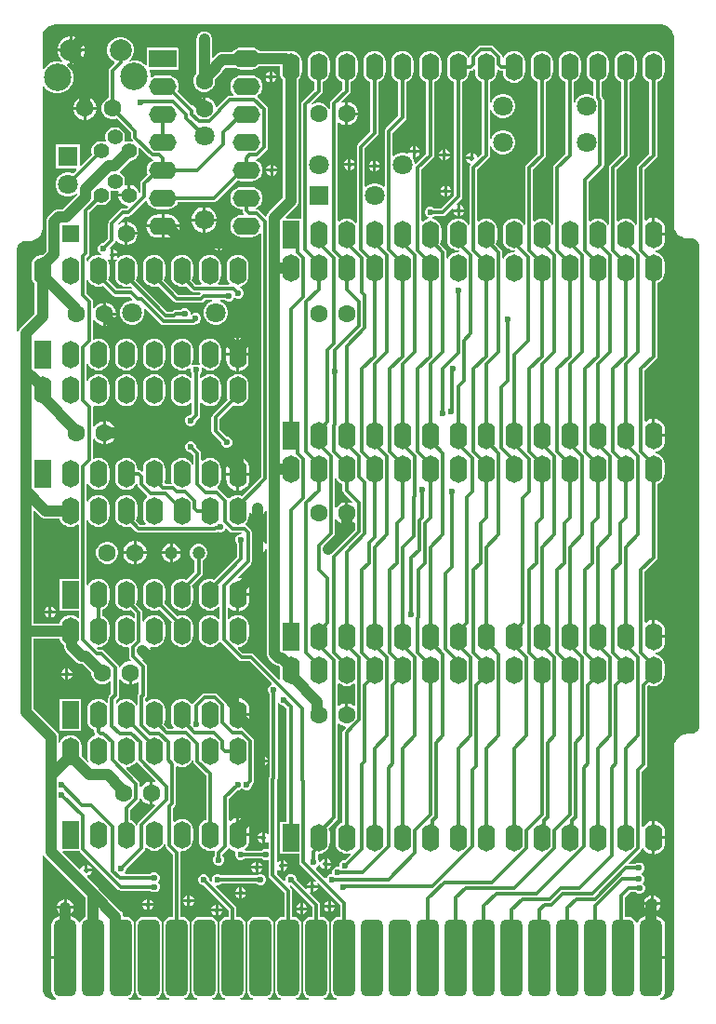
<source format=gtl>
G04*
G04 #@! TF.GenerationSoftware,Altium Limited,Altium Designer,21.1.1 (26)*
G04*
G04 Layer_Physical_Order=1*
G04 Layer_Color=255*
%FSLAX25Y25*%
%MOIN*%
G70*
G04*
G04 #@! TF.SameCoordinates,7D0F3632-3BB8-4325-A14A-9A39C8611559*
G04*
G04*
G04 #@! TF.FilePolarity,Positive*
G04*
G01*
G75*
G04:AMPARAMS|DCode=28|XSize=78.74mil|YSize=275.59mil|CornerRadius=19.68mil|HoleSize=0mil|Usage=FLASHONLY|Rotation=0.000|XOffset=0mil|YOffset=0mil|HoleType=Round|Shape=RoundedRectangle|*
%AMROUNDEDRECTD28*
21,1,0.07874,0.23622,0,0,0.0*
21,1,0.03937,0.27559,0,0,0.0*
1,1,0.03937,0.01968,-0.11811*
1,1,0.03937,-0.01968,-0.11811*
1,1,0.03937,-0.01968,0.11811*
1,1,0.03937,0.01968,0.11811*
%
%ADD28ROUNDEDRECTD28*%
%ADD29C,0.03937*%
%ADD30C,0.01181*%
%ADD31R,0.06299X0.09843*%
%ADD32O,0.06299X0.09843*%
%ADD33R,0.09843X0.06299*%
%ADD34O,0.09843X0.06299*%
%ADD35C,0.07087*%
%ADD36C,0.06299*%
%ADD37R,0.06299X0.06299*%
%ADD38R,0.07087X0.07087*%
%ADD39C,0.07874*%
%ADD40C,0.09843*%
%ADD41C,0.05512*%
%ADD42R,0.07087X0.07087*%
%ADD43C,0.04724*%
%ADD44C,0.01968*%
%ADD45C,0.02362*%
%ADD46C,0.03937*%
G36*
X156029Y333940D02*
Y333228D01*
X156164Y332201D01*
X156561Y331243D01*
X157192Y330420D01*
X158015Y329789D01*
X158595Y329549D01*
Y303954D01*
X157281Y302640D01*
X156792Y302858D01*
X156517Y303524D01*
X155958Y304082D01*
X155334Y304341D01*
Y302400D01*
X154834D01*
Y301900D01*
X152894D01*
X153152Y301276D01*
X153710Y300718D01*
X154376Y300442D01*
X154595Y299954D01*
X154479Y299838D01*
X154174Y299382D01*
X154068Y298845D01*
Y278546D01*
X153568Y278447D01*
X153439Y278757D01*
X152808Y279580D01*
X151986Y280211D01*
X151028Y280607D01*
X150000Y280743D01*
X148972Y280607D01*
X148014Y280211D01*
X147192Y279580D01*
X146561Y278757D01*
X146164Y277799D01*
X146029Y276772D01*
Y273228D01*
X146164Y272201D01*
X146561Y271243D01*
X147192Y270420D01*
X148014Y269789D01*
X148972Y269393D01*
X150000Y269257D01*
X150398Y269310D01*
X150491Y269182D01*
X150212Y268715D01*
X150000Y268743D01*
X148972Y268607D01*
X148014Y268211D01*
X147192Y267580D01*
X146561Y266757D01*
X146432Y266447D01*
X145932Y266546D01*
Y268701D01*
X145826Y269238D01*
X145521Y269694D01*
X143595Y271620D01*
X143836Y272201D01*
X143971Y273228D01*
Y276772D01*
X143836Y277799D01*
X143439Y278757D01*
X142808Y279580D01*
X141985Y280211D01*
X141028Y280607D01*
X140759Y280643D01*
X140692Y281156D01*
X141115Y281331D01*
X141379Y281595D01*
X144528D01*
X145065Y281702D01*
X145521Y282007D01*
X147915Y284401D01*
X148339Y284118D01*
X148306Y284038D01*
X149747D01*
Y285478D01*
X149667Y285445D01*
X149383Y285869D01*
X150994Y287479D01*
X151298Y287935D01*
X151405Y288472D01*
Y329549D01*
X151986Y329789D01*
X152808Y330420D01*
X153439Y331243D01*
X153836Y332201D01*
X153971Y333228D01*
Y333595D01*
X154449D01*
X154987Y333702D01*
X155442Y334007D01*
X155567Y334131D01*
X156029Y333940D01*
D02*
G37*
G36*
X39509Y302479D02*
X39965Y302174D01*
X40503Y302067D01*
X40603D01*
X40703Y301568D01*
X40393Y301439D01*
X39570Y300808D01*
X38939Y299986D01*
X38542Y299028D01*
X38407Y298000D01*
X38542Y296972D01*
X38783Y296392D01*
X36562Y294171D01*
X36257Y293715D01*
X36151Y293178D01*
Y289953D01*
X35651Y289888D01*
X35500Y290450D01*
X35006Y291306D01*
X34306Y292005D01*
X33450Y292500D01*
X32500Y292754D01*
Y289000D01*
X32000D01*
Y288500D01*
X28246D01*
X28500Y287550D01*
X28995Y286694D01*
X29694Y285995D01*
X30550Y285500D01*
X31419Y285267D01*
X31657Y284798D01*
X31088Y284229D01*
X29854D01*
X29316Y284122D01*
X28861Y283817D01*
X24934Y279890D01*
X24629Y279434D01*
X24522Y278897D01*
Y273509D01*
X22882Y271868D01*
X22508D01*
X21785Y271569D01*
X21231Y271015D01*
X20932Y270292D01*
Y269508D01*
X21231Y268785D01*
X21785Y268231D01*
X22176Y268069D01*
X22028Y267607D01*
X21000Y267743D01*
X19972Y267607D01*
X19015Y267211D01*
X18192Y266580D01*
X17561Y265757D01*
X17433Y265447D01*
X16932Y265546D01*
Y266582D01*
X17482Y267131D01*
X17786Y267587D01*
X17893Y268124D01*
Y282906D01*
X20674Y285687D01*
X21533Y285457D01*
X22467D01*
X23368Y285698D01*
X24176Y286165D01*
X24835Y286824D01*
X25302Y287632D01*
X25543Y288533D01*
Y289467D01*
X25320Y290301D01*
X25485Y290515D01*
X25699Y290680D01*
X26533Y290457D01*
X27466D01*
X28041Y290611D01*
X28433Y290198D01*
X28246Y289500D01*
X31500D01*
Y292754D01*
X30802Y292567D01*
X30389Y292959D01*
X30543Y293533D01*
Y294466D01*
X30302Y295368D01*
X29835Y296176D01*
X29176Y296835D01*
X28802Y297051D01*
X28736Y297238D01*
X28743Y297662D01*
X32388Y301307D01*
X32467D01*
X33368Y301549D01*
X34176Y302015D01*
X34835Y302675D01*
X35302Y303483D01*
X35543Y304384D01*
Y305317D01*
X35389Y305892D01*
X35838Y306151D01*
X39509Y302479D01*
D02*
G37*
G36*
X106561Y187243D02*
X107192Y186420D01*
X108015Y185789D01*
X108595Y185549D01*
Y183403D01*
X108702Y182865D01*
X109007Y182410D01*
X112183Y179233D01*
X111876Y178833D01*
X111602Y178991D01*
X110546Y179274D01*
X110500D01*
Y175125D01*
Y170975D01*
X110546D01*
X111602Y171258D01*
X112548Y171804D01*
X112661Y171917D01*
X113123Y171725D01*
Y169227D01*
X106940Y163045D01*
X106382Y163194D01*
X106294Y163524D01*
X105903Y164201D01*
X105350Y164753D01*
X104673Y165144D01*
X104344Y165233D01*
X104194Y165790D01*
X105521Y167117D01*
X105826Y167573D01*
X105932Y168111D01*
Y172871D01*
X106432Y173004D01*
X106679Y172577D01*
X107452Y171804D01*
X108398Y171258D01*
X109454Y170975D01*
X109500D01*
Y175125D01*
Y179274D01*
X109454D01*
X108398Y178991D01*
X107452Y178445D01*
X106679Y177673D01*
X106432Y177245D01*
X105932Y177379D01*
Y187454D01*
X106432Y187553D01*
X106561Y187243D01*
D02*
G37*
G36*
X78500Y174061D02*
X79146Y174234D01*
X79823Y174625D01*
X80375Y175177D01*
X80766Y175854D01*
X80815Y176035D01*
X81315Y175970D01*
Y164235D01*
X80815Y164169D01*
X80766Y164350D01*
X80375Y165027D01*
X79823Y165580D01*
X79146Y165971D01*
X78500Y166144D01*
Y163205D01*
Y160266D01*
X79146Y160439D01*
X79823Y160829D01*
X80375Y161382D01*
X80766Y162059D01*
X80815Y162240D01*
X81315Y162174D01*
Y124937D01*
X81410Y124218D01*
X81687Y123547D01*
X82129Y122972D01*
X83743Y121357D01*
X84319Y120916D01*
X84989Y120638D01*
X85650Y120551D01*
X86029Y120172D01*
Y117228D01*
X86164Y116201D01*
X86319Y115827D01*
X85895Y115544D01*
X76907Y124532D01*
X76451Y124837D01*
X75914Y124943D01*
X72869D01*
X71045Y126767D01*
X71232Y127288D01*
X72028Y127393D01*
X72986Y127789D01*
X73808Y128420D01*
X74439Y129243D01*
X74836Y130201D01*
X74971Y131228D01*
Y134772D01*
X74836Y135799D01*
X74439Y136757D01*
X73808Y137580D01*
X72986Y138211D01*
X72028Y138607D01*
X71000Y138743D01*
X69972Y138607D01*
X69015Y138211D01*
X68192Y137580D01*
X67905Y137205D01*
X67405Y137375D01*
Y141319D01*
X67878Y141480D01*
X68041Y141269D01*
X68907Y140604D01*
X69917Y140185D01*
X70500Y140109D01*
Y146000D01*
X71000D01*
Y146500D01*
X75185D01*
Y147772D01*
X75043Y148855D01*
X74625Y149864D01*
X73959Y150731D01*
X73093Y151396D01*
X72083Y151814D01*
X71421Y151902D01*
X71242Y152429D01*
X75647Y156835D01*
X75951Y157290D01*
X76059Y157828D01*
Y160321D01*
X76559Y160609D01*
X76854Y160439D01*
X77500Y160266D01*
Y163205D01*
Y166144D01*
X76854Y165971D01*
X76559Y165800D01*
X76059Y166089D01*
Y168347D01*
X75951Y168884D01*
X75647Y169340D01*
X74293Y170694D01*
X73967Y170912D01*
X73882Y171182D01*
X73860Y171349D01*
X73870Y171502D01*
X74439Y172243D01*
X74836Y173201D01*
X74971Y174228D01*
Y175309D01*
X75471Y175443D01*
X75625Y175177D01*
X76177Y174625D01*
X76854Y174234D01*
X77500Y174061D01*
Y177000D01*
X78500D01*
Y174061D01*
D02*
G37*
G36*
X295Y174035D02*
X870Y173593D01*
X1541Y173315D01*
X2260Y173220D01*
X7162D01*
X7164Y173201D01*
X7561Y172243D01*
X8192Y171420D01*
X9014Y170789D01*
X9972Y170393D01*
X11000Y170257D01*
X12028Y170393D01*
X12986Y170789D01*
X13623Y171278D01*
X14123Y171042D01*
Y151709D01*
X7063D01*
Y140291D01*
X14123D01*
Y137958D01*
X13623Y137722D01*
X12986Y138211D01*
X12028Y138607D01*
X11000Y138743D01*
X9972Y138607D01*
X9014Y138211D01*
X8192Y137580D01*
X7561Y136757D01*
X7164Y135799D01*
X7162Y135780D01*
X-2126D01*
Y175802D01*
X-1664Y175993D01*
X295Y174035D01*
D02*
G37*
G36*
X32968Y113856D02*
X33015D01*
X34070Y114139D01*
X35016Y114685D01*
X35129Y114798D01*
X35591Y114607D01*
Y110690D01*
X35479Y110578D01*
X35174Y110122D01*
X35067Y109584D01*
Y106546D01*
X34567Y106447D01*
X34439Y106757D01*
X33808Y107580D01*
X32985Y108211D01*
X32028Y108607D01*
X31000Y108743D01*
X29972Y108607D01*
X29015Y108211D01*
X28192Y107580D01*
X27830Y107107D01*
X27330Y107277D01*
Y108324D01*
X27989Y108983D01*
X28294Y109439D01*
X28401Y109977D01*
Y115752D01*
X28901Y115886D01*
X29148Y115458D01*
X29920Y114685D01*
X30867Y114139D01*
X31922Y113856D01*
X31968D01*
Y118006D01*
X32968D01*
Y113856D01*
D02*
G37*
G36*
X222599Y350151D02*
X222600Y350151D01*
X222600Y350151D01*
X223071Y350151D01*
X223994Y349967D01*
X224864Y349607D01*
X225647Y349084D01*
X226313Y348418D01*
X226836Y347635D01*
X227197Y346765D01*
X227380Y345841D01*
X227380Y345371D01*
X227360Y278537D01*
X227365Y278512D01*
X227361Y278486D01*
X227380Y278101D01*
X227398Y278027D01*
Y277952D01*
X227549Y277195D01*
X227587Y277102D01*
X227607Y277004D01*
X227902Y276290D01*
X227958Y276207D01*
X227997Y276114D01*
X228425Y275472D01*
X228496Y275401D01*
X228552Y275318D01*
X229098Y274772D01*
X229181Y274716D01*
X229252Y274645D01*
X229894Y274217D01*
X229987Y274178D01*
X230070Y274123D01*
X230783Y273827D01*
X230882Y273808D01*
X230975Y273769D01*
X231732Y273619D01*
X231807D01*
X231880Y273600D01*
X232266Y273581D01*
X232292Y273585D01*
X232316Y273580D01*
X233571Y273580D01*
X233858Y273580D01*
X234422Y273468D01*
X234953Y273248D01*
X235431Y272929D01*
X235837Y272522D01*
X236156Y272044D01*
X236376Y271514D01*
X236488Y270950D01*
X236488Y270662D01*
X236488Y99063D01*
X236488Y98775D01*
X236376Y98212D01*
X236156Y97681D01*
X235837Y97203D01*
X235431Y96796D01*
X234953Y96477D01*
X234422Y96257D01*
X233858Y96145D01*
X232316D01*
X232292Y96140D01*
X232266Y96144D01*
X231880Y96125D01*
X231807Y96106D01*
X231732D01*
X230975Y95956D01*
X230882Y95917D01*
X230784Y95898D01*
X230070Y95603D01*
X229987Y95547D01*
X229894Y95508D01*
X229252Y95080D01*
X229181Y95009D01*
X229098Y94953D01*
X228552Y94407D01*
X228496Y94324D01*
X228425Y94253D01*
X227997Y93611D01*
X227958Y93518D01*
X227902Y93435D01*
X227607Y92721D01*
X227588Y92623D01*
X227549Y92530D01*
X227398Y91773D01*
Y91698D01*
X227380Y91624D01*
X227361Y91238D01*
X227365Y91213D01*
X227360Y91189D01*
X227359Y4978D01*
X227359Y4588D01*
X227207Y3824D01*
X226908Y3103D01*
X226475Y2455D01*
X225924Y1903D01*
X225275Y1470D01*
X224555Y1172D01*
X223790Y1020D01*
X223400Y1020D01*
X222581D01*
X222481Y1519D01*
X222666Y1596D01*
X223286Y2072D01*
X223762Y2692D01*
X224061Y3414D01*
X224163Y4189D01*
Y15500D01*
X219200D01*
Y16000D01*
X218700D01*
Y30805D01*
X217231D01*
X216457Y30703D01*
X215734Y30404D01*
X215114Y29928D01*
X214638Y29308D01*
X214339Y28586D01*
X213938Y28540D01*
X213834Y28578D01*
X213576Y29201D01*
X213134Y29777D01*
X212558Y30218D01*
X211888Y30496D01*
X211169Y30591D01*
X209808D01*
Y37618D01*
X211785Y39595D01*
X213621D01*
X213885Y39331D01*
X214608Y39031D01*
X215392D01*
X216115Y39331D01*
X216669Y39885D01*
X216968Y40608D01*
Y41392D01*
X216669Y42115D01*
X216128Y42656D01*
X216501Y43030D01*
X216801Y43754D01*
Y44537D01*
X216501Y45260D01*
X215948Y45814D01*
X215815Y45869D01*
Y46410D01*
X215978Y46478D01*
X216532Y47032D01*
X216832Y47755D01*
Y48538D01*
X216532Y49262D01*
X215978Y49815D01*
X215255Y50115D01*
X214472D01*
X213748Y49815D01*
X213484Y49552D01*
X211366D01*
X211175Y50014D01*
X215521Y54360D01*
X215826Y54815D01*
X215871Y55046D01*
X216287Y55120D01*
X216394Y55111D01*
X217040Y54269D01*
X217907Y53604D01*
X218917Y53185D01*
X219500Y53109D01*
Y59000D01*
Y64891D01*
X218917Y64815D01*
X217907Y64396D01*
X217040Y63731D01*
X216432Y62939D01*
X216150Y62972D01*
X215932Y63075D01*
Y82604D01*
X217490Y84161D01*
X217794Y84616D01*
X217901Y85154D01*
Y113143D01*
X218392Y113633D01*
X218972Y113393D01*
X220000Y113257D01*
X221028Y113393D01*
X221986Y113789D01*
X222808Y114420D01*
X223439Y115243D01*
X223836Y116201D01*
X223971Y117228D01*
Y120772D01*
X223836Y121799D01*
X223439Y122757D01*
X222808Y123580D01*
X221986Y124211D01*
X221028Y124607D01*
X220775Y124641D01*
Y125145D01*
X221083Y125186D01*
X222093Y125604D01*
X222959Y126269D01*
X223625Y127136D01*
X224043Y128145D01*
X224185Y129228D01*
Y130500D01*
X220000D01*
Y131000D01*
X219500D01*
Y136891D01*
X218917Y136814D01*
X217907Y136396D01*
X217377Y135990D01*
X216877Y136236D01*
Y154263D01*
X220993Y158379D01*
X221298Y158835D01*
X221405Y159372D01*
Y185549D01*
X221986Y185789D01*
X222808Y186420D01*
X223439Y187243D01*
X223836Y188201D01*
X223971Y189228D01*
Y192772D01*
X223836Y193799D01*
X223439Y194757D01*
X222808Y195580D01*
X221986Y196211D01*
X221028Y196607D01*
X220775Y196641D01*
Y197145D01*
X221083Y197186D01*
X222093Y197604D01*
X222959Y198269D01*
X223625Y199136D01*
X224043Y200145D01*
X224185Y201228D01*
Y202500D01*
X220000D01*
Y203000D01*
X219500D01*
Y208891D01*
X218917Y208815D01*
X217907Y208396D01*
X217377Y207990D01*
X216877Y208236D01*
Y226263D01*
X220993Y230379D01*
X221298Y230835D01*
X221405Y231372D01*
Y257549D01*
X221986Y257789D01*
X222808Y258420D01*
X223439Y259243D01*
X223836Y260201D01*
X223971Y261228D01*
Y264772D01*
X223836Y265799D01*
X223439Y266757D01*
X222808Y267580D01*
X221986Y268211D01*
X221028Y268607D01*
X220775Y268641D01*
Y269145D01*
X221083Y269185D01*
X222093Y269604D01*
X222959Y270269D01*
X223625Y271136D01*
X224043Y272145D01*
X224185Y273228D01*
Y274500D01*
X220000D01*
Y275000D01*
X219500D01*
Y280891D01*
X218917Y280815D01*
X217907Y280396D01*
X217377Y279990D01*
X216877Y280236D01*
Y298263D01*
X220993Y302379D01*
X221298Y302835D01*
X221405Y303372D01*
Y329549D01*
X221986Y329789D01*
X222808Y330420D01*
X223439Y331243D01*
X223836Y332201D01*
X223971Y333228D01*
Y336772D01*
X223836Y337799D01*
X223439Y338757D01*
X222808Y339580D01*
X221986Y340211D01*
X221028Y340607D01*
X220000Y340743D01*
X218972Y340607D01*
X218015Y340211D01*
X217192Y339580D01*
X216561Y338757D01*
X216164Y337799D01*
X216029Y336772D01*
Y333228D01*
X216164Y332201D01*
X216561Y331243D01*
X217192Y330420D01*
X218015Y329789D01*
X218595Y329549D01*
Y303954D01*
X214479Y299838D01*
X214174Y299382D01*
X214068Y298845D01*
Y278546D01*
X213567Y278447D01*
X213439Y278757D01*
X212808Y279580D01*
X211985Y280211D01*
X211028Y280607D01*
X210000Y280743D01*
X208972Y280607D01*
X208014Y280211D01*
X207377Y279722D01*
X206877Y279958D01*
Y298263D01*
X210993Y302379D01*
X211298Y302835D01*
X211405Y303372D01*
Y329549D01*
X211985Y329789D01*
X212808Y330420D01*
X213439Y331243D01*
X213836Y332201D01*
X213971Y333228D01*
Y336772D01*
X213836Y337799D01*
X213439Y338757D01*
X212808Y339580D01*
X211985Y340211D01*
X211028Y340607D01*
X210000Y340743D01*
X208972Y340607D01*
X208014Y340211D01*
X207192Y339580D01*
X206561Y338757D01*
X206164Y337799D01*
X206029Y336772D01*
Y333228D01*
X206164Y332201D01*
X206561Y331243D01*
X207192Y330420D01*
X208014Y329789D01*
X208595Y329549D01*
Y303954D01*
X204479Y299838D01*
X204174Y299382D01*
X204067Y298845D01*
Y278546D01*
X203568Y278447D01*
X203439Y278757D01*
X202808Y279580D01*
X201986Y280211D01*
X201028Y280607D01*
X200000Y280743D01*
X198972Y280607D01*
X198014Y280211D01*
X197377Y279722D01*
X196877Y279958D01*
Y293889D01*
X201915Y298927D01*
X202219Y299382D01*
X202326Y299920D01*
Y323039D01*
X202219Y323576D01*
X201915Y324032D01*
X201405Y324542D01*
Y329549D01*
X201986Y329789D01*
X202808Y330420D01*
X203439Y331243D01*
X203836Y332201D01*
X203971Y333228D01*
Y336772D01*
X203836Y337799D01*
X203439Y338757D01*
X202808Y339580D01*
X201986Y340211D01*
X201028Y340607D01*
X200000Y340743D01*
X198972Y340607D01*
X198014Y340211D01*
X197192Y339580D01*
X196561Y338757D01*
X196164Y337799D01*
X196029Y336772D01*
Y333228D01*
X196164Y332201D01*
X196561Y331243D01*
X197192Y330420D01*
X198014Y329789D01*
X198595Y329549D01*
Y325002D01*
X198162Y324752D01*
X197672Y325036D01*
X196570Y325331D01*
X195430D01*
X194328Y325036D01*
X193341Y324465D01*
X192535Y323659D01*
X191964Y322672D01*
X191905Y322450D01*
X191405Y322515D01*
Y329549D01*
X191985Y329789D01*
X192808Y330420D01*
X193439Y331243D01*
X193836Y332201D01*
X193971Y333228D01*
Y336772D01*
X193836Y337799D01*
X193439Y338757D01*
X192808Y339580D01*
X191985Y340211D01*
X191028Y340607D01*
X190000Y340743D01*
X188972Y340607D01*
X188014Y340211D01*
X187192Y339580D01*
X186561Y338757D01*
X186164Y337799D01*
X186029Y336772D01*
Y333228D01*
X186164Y332201D01*
X186561Y331243D01*
X187192Y330420D01*
X188014Y329789D01*
X188595Y329549D01*
Y303954D01*
X184479Y299838D01*
X184174Y299382D01*
X184067Y298845D01*
Y278546D01*
X183568Y278447D01*
X183439Y278757D01*
X182808Y279580D01*
X181985Y280211D01*
X181028Y280607D01*
X180000Y280743D01*
X178972Y280607D01*
X178015Y280211D01*
X177377Y279722D01*
X176877Y279958D01*
Y298263D01*
X180993Y302379D01*
X181298Y302835D01*
X181405Y303372D01*
Y329549D01*
X181985Y329789D01*
X182808Y330420D01*
X183439Y331243D01*
X183836Y332201D01*
X183971Y333228D01*
Y336772D01*
X183836Y337799D01*
X183439Y338757D01*
X182808Y339580D01*
X181985Y340211D01*
X181028Y340607D01*
X180000Y340743D01*
X178972Y340607D01*
X178015Y340211D01*
X177192Y339580D01*
X176561Y338757D01*
X176164Y337799D01*
X176029Y336772D01*
Y333228D01*
X176164Y332201D01*
X176561Y331243D01*
X177192Y330420D01*
X178015Y329789D01*
X178595Y329549D01*
Y303954D01*
X174479Y299838D01*
X174174Y299382D01*
X174067Y298845D01*
Y278546D01*
X173567Y278447D01*
X173439Y278757D01*
X172808Y279580D01*
X171985Y280211D01*
X171028Y280607D01*
X170000Y280743D01*
X168972Y280607D01*
X168015Y280211D01*
X167192Y279580D01*
X166561Y278757D01*
X166164Y277799D01*
X166029Y276772D01*
Y273228D01*
X166164Y272201D01*
X166561Y271243D01*
X167192Y270420D01*
X168015Y269789D01*
X168972Y269393D01*
X170000Y269257D01*
X170398Y269310D01*
X170491Y269182D01*
X170212Y268715D01*
X170000Y268743D01*
X168972Y268607D01*
X168015Y268211D01*
X167192Y267580D01*
X166561Y266757D01*
X166432Y266447D01*
X165933Y266546D01*
Y268701D01*
X165826Y269238D01*
X165521Y269694D01*
X163595Y271620D01*
X163836Y272201D01*
X163971Y273228D01*
Y276772D01*
X163836Y277799D01*
X163439Y278757D01*
X162808Y279580D01*
X161986Y280211D01*
X161028Y280607D01*
X160000Y280743D01*
X158972Y280607D01*
X158015Y280211D01*
X157377Y279722D01*
X156877Y279958D01*
Y298263D01*
X160994Y302379D01*
X161298Y302835D01*
X161405Y303372D01*
Y306485D01*
X161905Y306550D01*
X161964Y306328D01*
X162535Y305341D01*
X163341Y304535D01*
X164328Y303964D01*
X165430Y303669D01*
X166570D01*
X167672Y303964D01*
X168659Y304535D01*
X169465Y305341D01*
X170036Y306328D01*
X170331Y307430D01*
Y308570D01*
X170036Y309672D01*
X169465Y310659D01*
X168659Y311465D01*
X167672Y312036D01*
X166570Y312331D01*
X165430D01*
X164328Y312036D01*
X163341Y311465D01*
X162535Y310659D01*
X161964Y309672D01*
X161905Y309450D01*
X161405Y309515D01*
Y319485D01*
X161905Y319550D01*
X161964Y319328D01*
X162535Y318341D01*
X163341Y317535D01*
X164328Y316964D01*
X165430Y316669D01*
X166570D01*
X167672Y316964D01*
X168659Y317535D01*
X169465Y318341D01*
X170036Y319328D01*
X170331Y320430D01*
Y321570D01*
X170036Y322672D01*
X169465Y323659D01*
X168659Y324465D01*
X167672Y325036D01*
X166570Y325331D01*
X165430D01*
X164328Y325036D01*
X163341Y324465D01*
X162535Y323659D01*
X161964Y322672D01*
X161905Y322450D01*
X161405Y322515D01*
Y329549D01*
X161986Y329789D01*
X162808Y330420D01*
X163439Y331243D01*
X163836Y332201D01*
X163971Y333228D01*
Y333940D01*
X164433Y334131D01*
X164558Y334007D01*
X165014Y333702D01*
X165551Y333595D01*
X166029D01*
Y333228D01*
X166164Y332201D01*
X166561Y331243D01*
X167192Y330420D01*
X168015Y329789D01*
X168972Y329393D01*
X170000Y329257D01*
X171028Y329393D01*
X171985Y329789D01*
X172808Y330420D01*
X173439Y331243D01*
X173836Y332201D01*
X173971Y333228D01*
Y336772D01*
X173836Y337799D01*
X173439Y338757D01*
X172808Y339580D01*
X171985Y340211D01*
X171028Y340607D01*
X170000Y340743D01*
X168972Y340607D01*
X168015Y340211D01*
X167192Y339580D01*
X166561Y338757D01*
X166432Y338447D01*
X165933Y338546D01*
Y338647D01*
X165826Y339185D01*
X165521Y339640D01*
X162869Y342293D01*
X162413Y342597D01*
X161875Y342704D01*
X158125D01*
X157587Y342597D01*
X157131Y342293D01*
X154479Y339640D01*
X154174Y339185D01*
X154068Y338647D01*
Y338546D01*
X153568Y338447D01*
X153439Y338757D01*
X152808Y339580D01*
X151986Y340211D01*
X151028Y340607D01*
X150000Y340743D01*
X148972Y340607D01*
X148014Y340211D01*
X147192Y339580D01*
X146561Y338757D01*
X146164Y337799D01*
X146029Y336772D01*
Y333228D01*
X146164Y332201D01*
X146561Y331243D01*
X147192Y330420D01*
X148014Y329789D01*
X148595Y329549D01*
Y289054D01*
X143946Y284405D01*
X141379D01*
X141115Y284669D01*
X140392Y284968D01*
X139608D01*
X138885Y284669D01*
X138331Y284115D01*
X138031Y283392D01*
Y282608D01*
X138331Y281885D01*
X138885Y281331D01*
X139308Y281156D01*
X139241Y280643D01*
X138972Y280607D01*
X138014Y280211D01*
X137377Y279722D01*
X136877Y279958D01*
Y298263D01*
X140993Y302379D01*
X141298Y302835D01*
X141405Y303372D01*
Y329549D01*
X141985Y329789D01*
X142808Y330420D01*
X143439Y331243D01*
X143836Y332201D01*
X143971Y333228D01*
Y336772D01*
X143836Y337799D01*
X143439Y338757D01*
X142808Y339580D01*
X141985Y340211D01*
X141028Y340607D01*
X140000Y340743D01*
X138972Y340607D01*
X138014Y340211D01*
X137192Y339580D01*
X136561Y338757D01*
X136164Y337799D01*
X136029Y336772D01*
Y333228D01*
X136164Y332201D01*
X136561Y331243D01*
X137192Y330420D01*
X138014Y329789D01*
X138595Y329549D01*
Y303954D01*
X134831Y300190D01*
X134331Y300397D01*
Y300570D01*
X134036Y301672D01*
X133741Y302182D01*
X133819Y302365D01*
X133831Y302379D01*
Y304127D01*
X132244D01*
X131954Y303872D01*
X131672Y304036D01*
X130570Y304331D01*
X129430D01*
X128328Y304036D01*
X127341Y303465D01*
X126984Y303108D01*
X126484Y303315D01*
Y311370D01*
X130993Y315880D01*
X131298Y316336D01*
X131405Y316873D01*
Y329549D01*
X131985Y329789D01*
X132808Y330420D01*
X133439Y331243D01*
X133836Y332201D01*
X133971Y333228D01*
Y336772D01*
X133836Y337799D01*
X133439Y338757D01*
X132808Y339580D01*
X131985Y340211D01*
X131028Y340607D01*
X130000Y340743D01*
X128972Y340607D01*
X128015Y340211D01*
X127192Y339580D01*
X126561Y338757D01*
X126164Y337799D01*
X126029Y336772D01*
Y333228D01*
X126164Y332201D01*
X126561Y331243D01*
X127192Y330420D01*
X128015Y329789D01*
X128595Y329549D01*
Y317455D01*
X124085Y312946D01*
X123781Y312490D01*
X123674Y311952D01*
Y292158D01*
X123174Y291951D01*
X122659Y292465D01*
X121672Y293036D01*
X120570Y293331D01*
X119430D01*
X118328Y293036D01*
X117341Y292465D01*
X116984Y292108D01*
X116484Y292315D01*
Y305870D01*
X120993Y310380D01*
X121298Y310836D01*
X121405Y311373D01*
Y329549D01*
X121985Y329789D01*
X122808Y330420D01*
X123439Y331243D01*
X123836Y332201D01*
X123971Y333228D01*
Y336772D01*
X123836Y337799D01*
X123439Y338757D01*
X122808Y339580D01*
X121985Y340211D01*
X121028Y340607D01*
X120000Y340743D01*
X118972Y340607D01*
X118015Y340211D01*
X117192Y339580D01*
X116561Y338757D01*
X116164Y337799D01*
X116029Y336772D01*
Y333228D01*
X116164Y332201D01*
X116561Y331243D01*
X117192Y330420D01*
X118015Y329789D01*
X118595Y329549D01*
Y311955D01*
X114085Y307446D01*
X113781Y306990D01*
X113674Y306452D01*
Y279272D01*
X113174Y279103D01*
X112808Y279580D01*
X111986Y280211D01*
X111028Y280607D01*
X110000Y280743D01*
X108972Y280607D01*
X108015Y280211D01*
X107377Y279722D01*
X106877Y279958D01*
Y314875D01*
X107339Y315066D01*
X107452Y314953D01*
X108398Y314407D01*
X109454Y314124D01*
X109500D01*
Y318274D01*
X110000D01*
D01*
X109500D01*
Y322423D01*
X109454D01*
X108444Y322153D01*
X108405Y322177D01*
X108267Y322684D01*
X110994Y325410D01*
X111298Y325865D01*
X111405Y326403D01*
Y329549D01*
X111986Y329789D01*
X112808Y330420D01*
X113439Y331243D01*
X113836Y332201D01*
X113971Y333228D01*
Y336772D01*
X113836Y337799D01*
X113439Y338757D01*
X112808Y339580D01*
X111986Y340211D01*
X111028Y340607D01*
X110000Y340743D01*
X108972Y340607D01*
X108015Y340211D01*
X107192Y339580D01*
X106561Y338757D01*
X106164Y337799D01*
X106029Y336772D01*
Y333228D01*
X106164Y332201D01*
X106561Y331243D01*
X107192Y330420D01*
X108015Y329789D01*
X108595Y329549D01*
Y326985D01*
X104479Y322869D01*
X104174Y322413D01*
X104068Y321875D01*
Y320103D01*
X103568Y319969D01*
X103150Y320691D01*
X102417Y321424D01*
X101520Y321942D01*
X100518Y322211D01*
X99482D01*
X98480Y321942D01*
X97896Y321605D01*
X97589Y322005D01*
X100993Y325410D01*
X101298Y325865D01*
X101405Y326403D01*
Y329549D01*
X101986Y329789D01*
X102808Y330420D01*
X103439Y331243D01*
X103836Y332201D01*
X103971Y333228D01*
Y336772D01*
X103836Y337799D01*
X103439Y338757D01*
X102808Y339580D01*
X101986Y340211D01*
X101028Y340607D01*
X100000Y340743D01*
X98972Y340607D01*
X98014Y340211D01*
X97192Y339580D01*
X96561Y338757D01*
X96164Y337799D01*
X96029Y336772D01*
Y333228D01*
X96164Y332201D01*
X96561Y331243D01*
X97192Y330420D01*
X98014Y329789D01*
X98595Y329549D01*
Y326985D01*
X94085Y322475D01*
X93781Y322019D01*
X93674Y321482D01*
Y280709D01*
X88325D01*
X88133Y281171D01*
X91966Y285003D01*
X92407Y285578D01*
X92685Y286249D01*
X92780Y286968D01*
Y330399D01*
X92808Y330420D01*
X93439Y331243D01*
X93836Y332201D01*
X93971Y333228D01*
Y336772D01*
X93836Y337799D01*
X93439Y338757D01*
X92808Y339580D01*
X91985Y340211D01*
X91028Y340607D01*
X90000Y340743D01*
X89023Y340614D01*
X88852Y340685D01*
X88132Y340780D01*
X78751D01*
X78729Y340808D01*
X77907Y341439D01*
X76949Y341836D01*
X75921Y341971D01*
X72378D01*
X71350Y341836D01*
X70393Y341439D01*
X69570Y340808D01*
X69202Y340328D01*
X65398D01*
X64679Y340233D01*
X64009Y339955D01*
X63433Y339513D01*
X62242Y338322D01*
X61780Y338514D01*
Y345000D01*
X61756Y345181D01*
Y345363D01*
X61709Y345539D01*
X61685Y345719D01*
X61615Y345888D01*
X61568Y346064D01*
X61477Y346221D01*
X61407Y346390D01*
X61296Y346534D01*
X61205Y346692D01*
X61076Y346821D01*
X60966Y346966D01*
X60821Y347076D01*
X60692Y347205D01*
X60534Y347296D01*
X60390Y347407D01*
X60222Y347477D01*
X60064Y347568D01*
X59888Y347615D01*
X59719Y347685D01*
X59539Y347709D01*
X59363Y347756D01*
X59181D01*
X59000Y347780D01*
X58819Y347756D01*
X58637D01*
X58461Y347709D01*
X58281Y347685D01*
X58112Y347615D01*
X57936Y347568D01*
X57778Y347477D01*
X57610Y347407D01*
X57466Y347296D01*
X57308Y347205D01*
X57179Y347076D01*
X57034Y346966D01*
X56924Y346821D01*
X56795Y346692D01*
X56704Y346534D01*
X56593Y346390D01*
X56523Y346221D01*
X56432Y346064D01*
X56385Y345888D01*
X56315Y345719D01*
X56291Y345539D01*
X56244Y345363D01*
Y345181D01*
X56220Y345000D01*
Y332773D01*
X55850Y332403D01*
X55331Y331505D01*
X55063Y330504D01*
Y329467D01*
X55331Y328466D01*
X55850Y327568D01*
X56583Y326835D01*
X57480Y326317D01*
X58482Y326048D01*
X59518D01*
X60520Y326317D01*
X61417Y326835D01*
X62150Y327568D01*
X62669Y328466D01*
X62937Y329467D01*
Y330504D01*
X62910Y330604D01*
X65058Y332751D01*
X65499Y333327D01*
X65776Y333994D01*
X66550Y334768D01*
X70122D01*
X70393Y334561D01*
X71350Y334164D01*
X72378Y334029D01*
X75921D01*
X76949Y334164D01*
X77907Y334561D01*
X78729Y335192D01*
X78751Y335220D01*
X86029D01*
Y333228D01*
X86164Y332201D01*
X86561Y331243D01*
X87192Y330420D01*
X87220Y330399D01*
Y288120D01*
X82129Y283028D01*
X81687Y282453D01*
X81410Y281782D01*
X81389Y281629D01*
X80861Y281450D01*
X78790Y283521D01*
X78334Y283826D01*
X77797Y283932D01*
X77696D01*
X77596Y284433D01*
X77907Y284561D01*
X78729Y285192D01*
X79360Y286015D01*
X79757Y286972D01*
X79892Y288000D01*
X79757Y289028D01*
X79360Y289985D01*
X78729Y290808D01*
X77907Y291439D01*
X76949Y291836D01*
X75921Y291971D01*
X72378D01*
X71350Y291836D01*
X70393Y291439D01*
X69570Y290808D01*
X68939Y289985D01*
X68542Y289028D01*
X68407Y288000D01*
X68542Y286972D01*
X68939Y286015D01*
X69570Y285192D01*
X70393Y284561D01*
X71350Y284164D01*
X72378Y284029D01*
X72745D01*
Y283551D01*
X72852Y283014D01*
X73156Y282558D01*
X73281Y282433D01*
X73090Y281971D01*
X72378D01*
X71350Y281836D01*
X70393Y281439D01*
X69570Y280808D01*
X68939Y279985D01*
X68542Y279028D01*
X68407Y278000D01*
X68542Y276972D01*
X68939Y276014D01*
X69570Y275192D01*
X70393Y274561D01*
X71350Y274164D01*
X72378Y274029D01*
X75921D01*
X76949Y274164D01*
X77907Y274561D01*
X78729Y275192D01*
X78870Y275375D01*
X79343Y275214D01*
Y188102D01*
X72608Y181367D01*
X72028Y181607D01*
X71000Y181743D01*
X69972Y181607D01*
X69015Y181211D01*
X68192Y180580D01*
X68147Y180521D01*
X67532Y180541D01*
X67466Y180640D01*
X64499Y183608D01*
X64043Y183912D01*
X63746Y183971D01*
X63622Y184506D01*
X63808Y184649D01*
X64439Y185471D01*
X64836Y186429D01*
X64971Y187457D01*
Y191000D01*
X64836Y192028D01*
X64439Y192985D01*
X63808Y193808D01*
X62985Y194439D01*
X62028Y194836D01*
X61000Y194971D01*
X59972Y194836D01*
X59014Y194439D01*
X58377Y193950D01*
X57877Y194187D01*
Y196677D01*
X57770Y197215D01*
X57466Y197671D01*
X56118Y199018D01*
Y199392D01*
X55818Y200115D01*
X55265Y200669D01*
X54541Y200969D01*
X53758D01*
X53035Y200669D01*
X52481Y200115D01*
X52181Y199392D01*
Y198608D01*
X52481Y197885D01*
X53035Y197331D01*
X53758Y197031D01*
X54131D01*
X55067Y196095D01*
Y192775D01*
X54567Y192675D01*
X54439Y192985D01*
X53808Y193808D01*
X52986Y194439D01*
X52028Y194836D01*
X51000Y194971D01*
X49972Y194836D01*
X49014Y194439D01*
X48192Y193808D01*
X47561Y192985D01*
X47164Y192028D01*
X47029Y191000D01*
Y187457D01*
X47164Y186429D01*
X47305Y186088D01*
X47028Y185673D01*
X45064D01*
X44721Y186152D01*
X44836Y186429D01*
X44971Y187457D01*
Y191000D01*
X44836Y192028D01*
X44439Y192985D01*
X43808Y193808D01*
X42985Y194439D01*
X42028Y194836D01*
X41000Y194971D01*
X39972Y194836D01*
X39015Y194439D01*
X38192Y193808D01*
X37561Y192985D01*
X37164Y192028D01*
X37029Y191000D01*
Y190288D01*
X36567Y190097D01*
X36442Y190222D01*
X35987Y190526D01*
X35449Y190633D01*
X34971D01*
Y191000D01*
X34836Y192028D01*
X34439Y192985D01*
X33808Y193808D01*
X32985Y194439D01*
X32028Y194836D01*
X31000Y194971D01*
X29972Y194836D01*
X29015Y194439D01*
X28192Y193808D01*
X27561Y192985D01*
X27164Y192028D01*
X27029Y191000D01*
Y187457D01*
X27164Y186429D01*
X27561Y185471D01*
X28192Y184649D01*
X29015Y184018D01*
X29972Y183621D01*
X31000Y183486D01*
X32028Y183621D01*
X32985Y184018D01*
X33808Y184649D01*
X34439Y185471D01*
X34567Y185782D01*
X35067Y185682D01*
Y185581D01*
X35174Y185044D01*
X35479Y184588D01*
X38568Y181499D01*
X38583Y180879D01*
X38192Y180580D01*
X37561Y179757D01*
X37164Y178799D01*
X37029Y177772D01*
Y174228D01*
X37164Y173201D01*
X37561Y172243D01*
X38050Y171606D01*
X37813Y171106D01*
X36110D01*
X34595Y172620D01*
X34836Y173201D01*
X34971Y174228D01*
Y177772D01*
X34836Y178799D01*
X34439Y179757D01*
X33808Y180580D01*
X32985Y181211D01*
X32028Y181607D01*
X31000Y181743D01*
X29972Y181607D01*
X29015Y181211D01*
X28192Y180580D01*
X27561Y179757D01*
X27164Y178799D01*
X27029Y177772D01*
Y174228D01*
X27164Y173201D01*
X27561Y172243D01*
X28192Y171420D01*
X29015Y170789D01*
X29972Y170393D01*
X31000Y170257D01*
X32028Y170393D01*
X32608Y170633D01*
X34534Y168707D01*
X34990Y168403D01*
X35528Y168296D01*
X62875D01*
X63413Y168403D01*
X63629Y168547D01*
X64296Y168271D01*
X65079D01*
X65803Y168570D01*
X66357Y169124D01*
X66547Y169584D01*
X67118Y169720D01*
X68131Y168707D01*
X68587Y168403D01*
X69125Y168296D01*
X72452D01*
X72487Y168232D01*
X72188Y167732D01*
X71703D01*
X70979Y167433D01*
X70426Y166879D01*
X70126Y166155D01*
Y165372D01*
X70426Y164649D01*
X70872Y164203D01*
Y159630D01*
X62608Y151367D01*
X62028Y151607D01*
X61000Y151743D01*
X59972Y151607D01*
X59014Y151211D01*
X58192Y150580D01*
X57561Y149757D01*
X57164Y148799D01*
X57029Y147772D01*
Y144228D01*
X57164Y143201D01*
X57561Y142243D01*
X58192Y141420D01*
X59014Y140789D01*
X59972Y140393D01*
X61000Y140257D01*
X62028Y140393D01*
X62985Y140789D01*
X63808Y141420D01*
X64095Y141795D01*
X64595Y141625D01*
Y137375D01*
X64095Y137205D01*
X63808Y137580D01*
X62985Y138211D01*
X62028Y138607D01*
X61000Y138743D01*
X59972Y138607D01*
X59014Y138211D01*
X58192Y137580D01*
X57561Y136757D01*
X57164Y135799D01*
X57029Y134772D01*
Y131228D01*
X57164Y130201D01*
X57561Y129243D01*
X58192Y128420D01*
X59014Y127789D01*
X59972Y127393D01*
X61000Y127257D01*
X62028Y127393D01*
X62985Y127789D01*
X63808Y128420D01*
X64281Y129037D01*
X64840Y129045D01*
X64876Y129027D01*
X65007Y128832D01*
X71293Y122545D01*
X71749Y122240D01*
X72287Y122134D01*
X75332D01*
X83181Y114284D01*
X83064Y113694D01*
X82801Y113585D01*
X82248Y113031D01*
X81948Y112308D01*
Y111525D01*
X82248Y110801D01*
X82512Y110538D01*
Y80829D01*
X82261Y80454D01*
X82154Y79917D01*
Y60570D01*
X81654Y60362D01*
X81334Y60682D01*
X80710Y60941D01*
Y59000D01*
Y57059D01*
X81334Y57318D01*
X81654Y57638D01*
X82154Y57430D01*
Y55194D01*
X81654Y54860D01*
X81392Y54969D01*
X80608D01*
X79885Y54669D01*
X79621Y54405D01*
X73690D01*
X73520Y54905D01*
X73994Y55269D01*
X74659Y56136D01*
X75077Y57145D01*
X75220Y58228D01*
Y59500D01*
X71035D01*
Y60000D01*
X70535D01*
Y65891D01*
X69951Y65815D01*
X68942Y65396D01*
X68412Y64990D01*
X67912Y65236D01*
Y72891D01*
X71053Y76032D01*
X71426D01*
X72150Y76331D01*
X72610Y76791D01*
X73069Y76331D01*
X73793Y76032D01*
X74576D01*
X75299Y76331D01*
X75853Y76885D01*
X76153Y77608D01*
Y77982D01*
X76556Y78385D01*
X76860Y78840D01*
X76967Y79378D01*
Y93647D01*
X76860Y94185D01*
X76556Y94640D01*
X73732Y97464D01*
X73736Y98097D01*
X73959Y98269D01*
X74625Y99136D01*
X75043Y100145D01*
X75185Y101228D01*
Y102500D01*
X71000D01*
Y103000D01*
X70500D01*
Y108891D01*
X69917Y108815D01*
X68907Y108396D01*
X68041Y107731D01*
X67394Y106889D01*
X67287Y106880D01*
X66871Y106954D01*
X66826Y107185D01*
X66521Y107641D01*
X63869Y110293D01*
X63413Y110597D01*
X62875Y110704D01*
X59125D01*
X58587Y110597D01*
X58131Y110293D01*
X55108Y107269D01*
X54896Y106953D01*
X54805Y106914D01*
X54454Y106887D01*
X54317Y106917D01*
X53808Y107580D01*
X52986Y108211D01*
X52028Y108607D01*
X51000Y108743D01*
X49972Y108607D01*
X49014Y108211D01*
X48192Y107580D01*
X47561Y106757D01*
X47164Y105799D01*
X47029Y104772D01*
Y101228D01*
X47164Y100201D01*
X47561Y99243D01*
X48050Y98606D01*
X47813Y98106D01*
X46110D01*
X44595Y99620D01*
X44836Y100201D01*
X44971Y101228D01*
Y104772D01*
X44836Y105799D01*
X44439Y106757D01*
X43808Y107580D01*
X42985Y108211D01*
X42028Y108607D01*
X41000Y108743D01*
X39972Y108607D01*
X39015Y108211D01*
X38377Y107722D01*
X37877Y107958D01*
Y109002D01*
X37989Y109114D01*
X38294Y109570D01*
X38401Y110108D01*
Y120339D01*
X38294Y120877D01*
X37989Y121333D01*
X36889Y122432D01*
X37097Y122932D01*
X37199D01*
X37954Y123135D01*
X38631Y123526D01*
X39184Y124078D01*
X39574Y124755D01*
X39747Y125401D01*
X36808D01*
Y126401D01*
X39747D01*
X39584Y127013D01*
X39683Y127170D01*
X39903Y127421D01*
X39972Y127393D01*
X41000Y127257D01*
X42028Y127393D01*
X42985Y127789D01*
X43808Y128420D01*
X44439Y129243D01*
X44836Y130201D01*
X44971Y131228D01*
Y134772D01*
X44836Y135799D01*
X44439Y136757D01*
X43808Y137580D01*
X42985Y138211D01*
X42028Y138607D01*
X41000Y138743D01*
X39972Y138607D01*
X39015Y138211D01*
X38192Y137580D01*
X37561Y136757D01*
X37433Y136447D01*
X36933Y136546D01*
Y139701D01*
X36826Y140238D01*
X36521Y140694D01*
X34595Y142620D01*
X34836Y143201D01*
X34971Y144228D01*
Y147772D01*
X34836Y148799D01*
X34439Y149757D01*
X33808Y150580D01*
X32985Y151211D01*
X32028Y151607D01*
X31000Y151743D01*
X29972Y151607D01*
X29015Y151211D01*
X28192Y150580D01*
X27561Y149757D01*
X27164Y148799D01*
X27029Y147772D01*
Y144228D01*
X27164Y143201D01*
X27561Y142243D01*
X28192Y141420D01*
X29015Y140789D01*
X29972Y140393D01*
X31000Y140257D01*
X32028Y140393D01*
X32608Y140633D01*
X34123Y139119D01*
Y137958D01*
X33623Y137722D01*
X32985Y138211D01*
X32028Y138607D01*
X31000Y138743D01*
X29972Y138607D01*
X29015Y138211D01*
X28192Y137580D01*
X27561Y136757D01*
X27164Y135799D01*
X27029Y134772D01*
Y131228D01*
X27164Y130201D01*
X27561Y129243D01*
X28192Y128420D01*
X29015Y127789D01*
X29972Y127393D01*
X31000Y127257D01*
X31576Y127333D01*
X32057Y126892D01*
Y123873D01*
X32164Y123336D01*
X32468Y122880D01*
X32693Y122655D01*
X32485Y122155D01*
X31922D01*
X30867Y121873D01*
X29920Y121326D01*
X29148Y120554D01*
X28872Y120076D01*
X28345Y120163D01*
X28294Y120419D01*
X27989Y120875D01*
X22992Y125872D01*
X22536Y126176D01*
X21999Y126283D01*
X21106D01*
X20551Y126839D01*
X20772Y127287D01*
X21000Y127257D01*
X22028Y127393D01*
X22986Y127789D01*
X23808Y128420D01*
X24439Y129243D01*
X24836Y130201D01*
X24971Y131228D01*
Y134772D01*
X24836Y135799D01*
X24439Y136757D01*
X23808Y137580D01*
X22986Y138211D01*
X22405Y138451D01*
Y140549D01*
X22986Y140789D01*
X23808Y141420D01*
X24439Y142243D01*
X24836Y143201D01*
X24971Y144228D01*
Y147772D01*
X24836Y148799D01*
X24439Y149757D01*
X23808Y150580D01*
X22986Y151211D01*
X22028Y151607D01*
X21000Y151743D01*
X19972Y151607D01*
X19015Y151211D01*
X18192Y150580D01*
X17561Y149757D01*
X17433Y149447D01*
X16932Y149546D01*
Y172454D01*
X17433Y172553D01*
X17561Y172243D01*
X18192Y171420D01*
X19015Y170789D01*
X19972Y170393D01*
X21000Y170257D01*
X22028Y170393D01*
X22986Y170789D01*
X23808Y171420D01*
X24439Y172243D01*
X24836Y173201D01*
X24971Y174228D01*
Y177772D01*
X24836Y178799D01*
X24439Y179757D01*
X23808Y180580D01*
X22986Y181211D01*
X22028Y181607D01*
X21000Y181743D01*
X19972Y181607D01*
X19015Y181211D01*
X18192Y180580D01*
X17561Y179757D01*
X17433Y179447D01*
X16932Y179546D01*
Y185682D01*
X17433Y185782D01*
X17561Y185471D01*
X18192Y184649D01*
X19015Y184018D01*
X19972Y183621D01*
X21000Y183486D01*
X22028Y183621D01*
X22986Y184018D01*
X23808Y184649D01*
X24439Y185471D01*
X24836Y186429D01*
X24971Y187457D01*
Y191000D01*
X24836Y192028D01*
X24439Y192985D01*
X23808Y193808D01*
X22986Y194439D01*
X22028Y194836D01*
X21000Y194971D01*
X19972Y194836D01*
X19575Y194671D01*
X19160Y194949D01*
Y201746D01*
X19660Y201880D01*
X19907Y201452D01*
X20679Y200679D01*
X21625Y200133D01*
X22681Y199850D01*
X22727D01*
Y204000D01*
X23227D01*
D01*
X22727D01*
Y208150D01*
X22681D01*
X21625Y207867D01*
X20679Y207320D01*
X19907Y206548D01*
X19660Y206120D01*
X19160Y206254D01*
Y213316D01*
X19138Y213425D01*
X19576Y213785D01*
X19972Y213621D01*
X21000Y213486D01*
X22028Y213621D01*
X22986Y214018D01*
X23808Y214649D01*
X24439Y215471D01*
X24836Y216429D01*
X24971Y217457D01*
Y221000D01*
X24836Y222028D01*
X24439Y222986D01*
X23808Y223808D01*
X22986Y224439D01*
X22028Y224836D01*
X21000Y224971D01*
X19972Y224836D01*
X19015Y224439D01*
X18192Y223808D01*
X17561Y222986D01*
X17433Y222675D01*
X16932Y222775D01*
Y228454D01*
X17433Y228553D01*
X17561Y228243D01*
X18192Y227420D01*
X19015Y226789D01*
X19972Y226393D01*
X21000Y226257D01*
X22028Y226393D01*
X22986Y226789D01*
X23808Y227420D01*
X24439Y228243D01*
X24836Y229201D01*
X24971Y230228D01*
Y233772D01*
X24836Y234799D01*
X24439Y235757D01*
X23808Y236580D01*
X22986Y237211D01*
X22028Y237607D01*
X21000Y237743D01*
X19972Y237607D01*
X19575Y237443D01*
X19160Y237721D01*
Y244246D01*
X19660Y244380D01*
X19907Y243952D01*
X20679Y243179D01*
X21625Y242633D01*
X22681Y242350D01*
X22727D01*
Y246500D01*
Y250650D01*
X22681D01*
X21625Y250367D01*
X20679Y249820D01*
X19907Y249048D01*
X19660Y248620D01*
X19160Y248754D01*
Y250933D01*
X19053Y251471D01*
X18748Y251926D01*
X16932Y253742D01*
Y258454D01*
X17433Y258553D01*
X17561Y258243D01*
X18192Y257420D01*
X19015Y256789D01*
X19972Y256393D01*
X21000Y256257D01*
X22028Y256393D01*
X22608Y256633D01*
X26091Y253150D01*
X26547Y252846D01*
X27085Y252739D01*
X32274D01*
X33220Y251793D01*
X33029Y251331D01*
X32657D01*
X31556Y251036D01*
X30568Y250465D01*
X29762Y249659D01*
X29191Y248672D01*
X28896Y247570D01*
Y246430D01*
X29191Y245328D01*
X29762Y244341D01*
X30568Y243535D01*
X31556Y242964D01*
X32657Y242669D01*
X33797D01*
X34899Y242964D01*
X35886Y243535D01*
X36693Y244341D01*
X37263Y245328D01*
X37558Y246430D01*
Y247570D01*
X37330Y248421D01*
X37778Y248679D01*
X43404Y243054D01*
X43860Y242749D01*
X44397Y242642D01*
X55000D01*
X55538Y242749D01*
X55791Y242919D01*
X56315D01*
X57038Y243219D01*
X57592Y243772D01*
X57891Y244496D01*
Y245279D01*
X57592Y246003D01*
X57038Y246556D01*
X56315Y246856D01*
X55532D01*
X54808Y246556D01*
X54469Y246217D01*
X53969Y246424D01*
Y246998D01*
X53669Y247721D01*
X53115Y248275D01*
X52392Y248575D01*
X51608D01*
X50885Y248275D01*
X50621Y248011D01*
X48742D01*
X48204Y247904D01*
X47748Y247600D01*
X47569Y247421D01*
X45794D01*
X34595Y258620D01*
X34836Y259201D01*
X34971Y260228D01*
Y263772D01*
X34836Y264799D01*
X34439Y265757D01*
X33808Y266580D01*
X32985Y267211D01*
X32028Y267607D01*
X31000Y267743D01*
X29972Y267607D01*
X29015Y267211D01*
X28192Y266580D01*
X27788Y266874D01*
X27941Y267243D01*
X26500D01*
Y265802D01*
X27124Y266060D01*
X27294Y266231D01*
X27671Y265900D01*
X27561Y265757D01*
X27164Y264799D01*
X27029Y263772D01*
Y260228D01*
X27164Y259201D01*
X27561Y258243D01*
X28192Y257420D01*
X29015Y256789D01*
X29972Y256393D01*
X31000Y256257D01*
X32028Y256393D01*
X32608Y256633D01*
X33264Y255977D01*
X33018Y255517D01*
X32856Y255549D01*
X27667D01*
X24595Y258620D01*
X24836Y259201D01*
X24971Y260228D01*
Y263772D01*
X24836Y264799D01*
X24439Y265757D01*
X24329Y265900D01*
X24706Y266231D01*
X24876Y266060D01*
X25500Y265802D01*
Y267743D01*
Y269819D01*
X25184Y270094D01*
X25159Y270173D01*
X26921Y271934D01*
X27225Y272389D01*
X27268Y272605D01*
X27344Y272654D01*
X27806Y272745D01*
X28452Y272099D01*
X29398Y271552D01*
X30454Y271270D01*
X30500D01*
Y275419D01*
Y279569D01*
X30454D01*
X29398Y279286D01*
X28452Y278740D01*
X28119Y279102D01*
X30436Y281419D01*
X31670D01*
X32208Y281526D01*
X32663Y281830D01*
X38057Y287224D01*
X38530Y287063D01*
X38542Y286972D01*
X38939Y286015D01*
X39570Y285192D01*
X40393Y284561D01*
X41350Y284164D01*
X42378Y284029D01*
X45921D01*
X46949Y284164D01*
X47907Y284561D01*
X48729Y285192D01*
X49360Y286015D01*
X49601Y286595D01*
X62378D01*
X62916Y286702D01*
X63371Y287007D01*
X70770Y294405D01*
X71350Y294164D01*
X72378Y294029D01*
X75921D01*
X76949Y294164D01*
X77907Y294561D01*
X78729Y295192D01*
X79360Y296014D01*
X79757Y296972D01*
X79892Y298000D01*
X79757Y299028D01*
X79360Y299986D01*
X78729Y300808D01*
X77907Y301439D01*
X77596Y301568D01*
X77696Y302067D01*
X77797D01*
X78334Y302174D01*
X78790Y302479D01*
X81442Y305131D01*
X81747Y305587D01*
X81854Y306125D01*
Y319875D01*
X81747Y320413D01*
X81442Y320869D01*
X78160Y324151D01*
X78180Y324747D01*
X78209Y324793D01*
X78729Y325192D01*
X79360Y326014D01*
X79757Y326972D01*
X79892Y328000D01*
X79757Y329028D01*
X79360Y329985D01*
X78729Y330808D01*
X77907Y331439D01*
X76949Y331836D01*
X75921Y331971D01*
X72378D01*
X71350Y331836D01*
X70393Y331439D01*
X69570Y330808D01*
X68939Y329985D01*
X68542Y329028D01*
X68407Y328000D01*
X68542Y326972D01*
X68939Y326014D01*
X69501Y325282D01*
X69357Y324782D01*
X68238D01*
X67700Y324675D01*
X67245Y324370D01*
X63612Y320738D01*
X63385Y320744D01*
X63066Y320844D01*
X62867Y321587D01*
X62321Y322533D01*
X61548Y323306D01*
X60602Y323852D01*
X59546Y324135D01*
X59500D01*
Y319986D01*
X58500D01*
Y324135D01*
X58454D01*
X57398Y323852D01*
X56452Y323306D01*
X55680Y322533D01*
X55133Y321587D01*
X55091Y321430D01*
X54608Y321300D01*
X49516Y326392D01*
X49757Y326972D01*
X49892Y328000D01*
X49757Y329028D01*
X49360Y329985D01*
X48729Y330808D01*
X47907Y331439D01*
X46949Y331836D01*
X45921Y331971D01*
X42378D01*
X41350Y331836D01*
X40393Y331439D01*
X40098Y331213D01*
X39650Y331434D01*
Y332252D01*
X39298Y333563D01*
X39567Y334063D01*
X49858D01*
Y341937D01*
X38441D01*
Y335726D01*
X37979Y335535D01*
X37446Y336068D01*
X36144Y336820D01*
X34692Y337209D01*
X33189D01*
X32380Y336992D01*
X32122Y337440D01*
X32781Y338099D01*
X33402Y339176D01*
X33724Y340378D01*
Y341622D01*
X33402Y342824D01*
X32781Y343901D01*
X31901Y344780D01*
X30824Y345402D01*
X29622Y345724D01*
X28378D01*
X27176Y345402D01*
X26099Y344780D01*
X25220Y343901D01*
X24598Y342824D01*
X24276Y341622D01*
Y340378D01*
X24598Y339176D01*
X25220Y338099D01*
X26099Y337220D01*
X26800Y336815D01*
X26865Y336319D01*
X25223Y334677D01*
X24918Y334221D01*
X24811Y333684D01*
Y323849D01*
X24697Y323818D01*
X23799Y323300D01*
X23066Y322567D01*
X22547Y321669D01*
X22279Y320668D01*
Y319631D01*
X22547Y318630D01*
X23066Y317732D01*
X23799Y316999D01*
X24697Y316481D01*
X25698Y316213D01*
X26734D01*
X27736Y316481D01*
X27839Y316540D01*
X32879Y311500D01*
Y309692D01*
X32985Y309154D01*
X33290Y308698D01*
X33300Y308688D01*
X33041Y308240D01*
X32467Y308394D01*
X31534D01*
X30699Y308170D01*
X30485Y308336D01*
X30320Y308549D01*
X30543Y309384D01*
Y310317D01*
X30302Y311218D01*
X29835Y312026D01*
X29176Y312686D01*
X28368Y313152D01*
X27466Y313394D01*
X26533D01*
X25632Y313152D01*
X24824Y312686D01*
X24165Y312026D01*
X23698Y311218D01*
X23457Y310317D01*
Y309384D01*
X23680Y308549D01*
X23515Y308336D01*
X23301Y308170D01*
X22467Y308394D01*
X21533D01*
X20632Y308152D01*
X19824Y307686D01*
X19165Y307026D01*
X18698Y306218D01*
X18457Y305317D01*
Y304384D01*
X18689Y303515D01*
X14867Y299693D01*
X14405Y299884D01*
Y307232D01*
X5744D01*
Y298571D01*
X13092D01*
X13284Y298109D01*
X11978Y296803D01*
X11746Y296937D01*
X10645Y297232D01*
X9505D01*
X8403Y296937D01*
X7416Y296367D01*
X6609Y295561D01*
X6039Y294573D01*
X5744Y293472D01*
Y292332D01*
X6039Y291230D01*
X6609Y290243D01*
X7416Y289436D01*
X8403Y288866D01*
X9505Y288571D01*
X10645D01*
X11746Y288866D01*
X12734Y289436D01*
X13011Y289713D01*
X13539Y289534D01*
X13578Y289242D01*
X8440Y284103D01*
X6709D01*
X5989Y284009D01*
X5319Y283731D01*
X4743Y283289D01*
X3129Y281675D01*
X2687Y281099D01*
X2410Y280429D01*
X2315Y279709D01*
Y269018D01*
X1035Y267738D01*
X1000Y267743D01*
X-28Y267607D01*
X-986Y267211D01*
X-1808Y266580D01*
X-2439Y265757D01*
X-2836Y264799D01*
X-2971Y263772D01*
Y260228D01*
X-2836Y259201D01*
X-2439Y258243D01*
X-1808Y257420D01*
X-1780Y257399D01*
Y246641D01*
X-6871Y241550D01*
X-7313Y240974D01*
X-7591Y240304D01*
X-7596Y240261D01*
X-8096Y240294D01*
Y269663D01*
X-8096Y269950D01*
X-7984Y270514D01*
X-7764Y271045D01*
X-7445Y271523D01*
X-7038Y271929D01*
X-6561Y272248D01*
X-6030Y272468D01*
X-5466Y272580D01*
X-5178Y272581D01*
X-3924D01*
X-3899Y272585D01*
X-3874Y272582D01*
X-3489Y272601D01*
X-3416Y272619D01*
X-3341D01*
X-2586Y272769D01*
X-2493Y272808D01*
X-2395Y272827D01*
X-1684Y273121D01*
X-1601Y273177D01*
X-1508Y273216D01*
X-868Y273643D01*
X-797Y273714D01*
X-714Y273770D01*
X-170Y274314D01*
X-114Y274397D01*
X-43Y274468D01*
X384Y275108D01*
X423Y275201D01*
X479Y275284D01*
X773Y275995D01*
X793Y276093D01*
X831Y276186D01*
X981Y276941D01*
Y277016D01*
X999Y277089D01*
X1018Y277474D01*
X1015Y277499D01*
X1020Y277524D01*
Y327999D01*
X1519Y328133D01*
X1774Y327692D01*
X2837Y326629D01*
X4139Y325877D01*
X5591Y325488D01*
X7094D01*
X8546Y325877D01*
X9848Y326629D01*
X10911Y327692D01*
X11662Y328993D01*
X12051Y330445D01*
Y331948D01*
X11662Y333400D01*
X10911Y334702D01*
X9848Y335765D01*
X10070Y336214D01*
X10633Y336063D01*
X10783D01*
Y340500D01*
X6346D01*
Y340350D01*
X6683Y339094D01*
X7333Y337969D01*
X8165Y337136D01*
X7939Y336679D01*
X7094Y336906D01*
X5591D01*
X4139Y336516D01*
X2837Y335765D01*
X1774Y334702D01*
X1519Y334261D01*
X1020Y334395D01*
Y345534D01*
X1020Y346004D01*
X1203Y346925D01*
X1562Y347793D01*
X2084Y348573D01*
X2748Y349237D01*
X3529Y349759D01*
X4396Y350118D01*
X5317Y350302D01*
X5786Y350302D01*
X222599Y350151D01*
D02*
G37*
G36*
X7164Y130201D02*
X7561Y129243D01*
X8192Y128420D01*
X8672Y128052D01*
Y127548D01*
X8767Y126829D01*
X9045Y126158D01*
X9487Y125583D01*
X13009Y122060D01*
X13585Y121618D01*
X14255Y121341D01*
X14974Y121246D01*
X15297D01*
X18531Y118012D01*
Y117488D01*
X18800Y116486D01*
X19318Y115589D01*
X20051Y114856D01*
X20949Y114337D01*
X21950Y114069D01*
X22986D01*
X23988Y114337D01*
X24886Y114856D01*
X25129Y115099D01*
X25591Y114908D01*
Y110559D01*
X24931Y109899D01*
X24627Y109443D01*
X24520Y108906D01*
Y107473D01*
X24020Y107304D01*
X23808Y107580D01*
X22986Y108211D01*
X22028Y108607D01*
X21000Y108743D01*
X19972Y108607D01*
X19015Y108211D01*
X18192Y107580D01*
X17561Y106757D01*
X17164Y105799D01*
X17029Y104772D01*
Y101228D01*
X17164Y100201D01*
X17561Y99243D01*
X18192Y98420D01*
X19015Y97789D01*
X19595Y97549D01*
Y96991D01*
X19702Y96453D01*
X19938Y96101D01*
X19949Y96020D01*
X19898Y95762D01*
X19783Y95514D01*
X19049Y95211D01*
X18227Y94580D01*
X17596Y93757D01*
X17199Y92799D01*
X17064Y91772D01*
Y88228D01*
X17199Y87201D01*
X17551Y86350D01*
X17128Y86067D01*
X15001Y88193D01*
X15006Y88228D01*
Y91772D01*
X14870Y92799D01*
X14474Y93757D01*
X13843Y94580D01*
X13020Y95211D01*
X12062Y95607D01*
X11035Y95743D01*
X10007Y95607D01*
X9049Y95211D01*
X8227Y94580D01*
X7596Y93757D01*
X7280Y92994D01*
X6780Y93093D01*
Y95076D01*
X6685Y95795D01*
X6407Y96466D01*
X5965Y97041D01*
X-2126Y105133D01*
Y130220D01*
X7162D01*
X7164Y130201D01*
D02*
G37*
G36*
X108015Y113789D02*
X108972Y113393D01*
X110000Y113257D01*
X111028Y113393D01*
X111986Y113789D01*
X112623Y114278D01*
X113123Y114042D01*
Y106399D01*
X112661Y106208D01*
X112548Y106321D01*
X111602Y106867D01*
X110546Y107150D01*
X110500D01*
Y103000D01*
X109500D01*
Y107150D01*
X109454D01*
X108398Y106867D01*
X107452Y106321D01*
X107339Y106208D01*
X106877Y106399D01*
Y114042D01*
X107377Y114278D01*
X108015Y113789D01*
D02*
G37*
G36*
X55102Y86454D02*
Y86353D01*
X55209Y85815D01*
X55514Y85360D01*
X59630Y81243D01*
Y65451D01*
X59049Y65211D01*
X58227Y64580D01*
X57596Y63757D01*
X57199Y62799D01*
X57064Y61772D01*
Y58228D01*
X57199Y57201D01*
X57596Y56243D01*
X58227Y55420D01*
X59049Y54789D01*
X60007Y54393D01*
X61035Y54257D01*
X62063Y54393D01*
X62567Y54601D01*
X62898Y54198D01*
X62886Y54180D01*
X62779Y53642D01*
Y52462D01*
X62515Y52198D01*
X62216Y51475D01*
Y50692D01*
X62515Y49968D01*
X63069Y49415D01*
X63793Y49115D01*
X64576D01*
X65299Y49415D01*
X65853Y49968D01*
X66153Y50692D01*
Y51475D01*
X65853Y52198D01*
X65589Y52462D01*
Y53061D01*
X67501Y54972D01*
X67581Y55092D01*
X67730Y55145D01*
X68222Y55156D01*
X68942Y54604D01*
X69951Y54185D01*
X70141Y53656D01*
X70031Y53392D01*
Y52608D01*
X70331Y51885D01*
X70885Y51331D01*
X71608Y51032D01*
X72392D01*
X73115Y51331D01*
X73379Y51595D01*
X79621D01*
X79885Y51331D01*
X80608Y51032D01*
X81392D01*
X81654Y51140D01*
X82154Y50806D01*
Y45524D01*
X82261Y44987D01*
X82566Y44531D01*
X87795Y39301D01*
Y30591D01*
X87231D01*
X86512Y30496D01*
X85842Y30218D01*
X85266Y29777D01*
X84824Y29201D01*
X84547Y28530D01*
X84452Y27811D01*
Y4189D01*
X84547Y3469D01*
X84824Y2799D01*
X85266Y2223D01*
X85842Y1782D01*
X86512Y1504D01*
X86427Y1020D01*
X81973D01*
X81888Y1504D01*
X82558Y1782D01*
X83134Y2223D01*
X83576Y2799D01*
X83854Y3469D01*
X83948Y4189D01*
Y27811D01*
X83854Y28530D01*
X83576Y29201D01*
X83134Y29777D01*
X82558Y30218D01*
X81888Y30496D01*
X81169Y30591D01*
X77232D01*
X76512Y30496D01*
X75842Y30218D01*
X75266Y29777D01*
X74824Y29201D01*
X74546Y28530D01*
X74452Y27811D01*
Y4189D01*
X74546Y3469D01*
X74824Y2799D01*
X75266Y2223D01*
X75842Y1782D01*
X76512Y1504D01*
X76427Y1020D01*
X71973D01*
X71888Y1504D01*
X72558Y1782D01*
X73134Y2223D01*
X73576Y2799D01*
X73853Y3469D01*
X73948Y4189D01*
Y27811D01*
X73853Y28530D01*
X73576Y29201D01*
X73134Y29777D01*
X72558Y30218D01*
X71888Y30496D01*
X71169Y30591D01*
X70605D01*
Y33608D01*
X70498Y34145D01*
X70193Y34601D01*
X63139Y41655D01*
X63382Y42053D01*
X63414Y42087D01*
X64186D01*
X64909Y42387D01*
X65173Y42651D01*
X77821D01*
X78085Y42387D01*
X78808Y42087D01*
X79592D01*
X80315Y42387D01*
X80869Y42941D01*
X81169Y43664D01*
Y44447D01*
X80869Y45171D01*
X80315Y45725D01*
X79592Y46024D01*
X78808D01*
X78085Y45725D01*
X77821Y45461D01*
X65173D01*
X64909Y45725D01*
X64186Y46024D01*
X63403D01*
X62679Y45725D01*
X62125Y45171D01*
X61826Y44447D01*
Y43676D01*
X61791Y43643D01*
X61393Y43401D01*
X60776Y44018D01*
Y44392D01*
X60476Y45115D01*
X59923Y45669D01*
X59199Y45968D01*
X58416D01*
X57693Y45669D01*
X57139Y45115D01*
X56839Y44392D01*
Y43608D01*
X57139Y42885D01*
X57693Y42331D01*
X58416Y42031D01*
X58789D01*
X67795Y33026D01*
Y30591D01*
X67232D01*
X66512Y30496D01*
X65842Y30218D01*
X65266Y29777D01*
X64824Y29201D01*
X64547Y28530D01*
X64452Y27811D01*
Y4189D01*
X64547Y3469D01*
X64824Y2799D01*
X65266Y2223D01*
X65842Y1782D01*
X66512Y1504D01*
X66427Y1020D01*
X61973D01*
X61888Y1504D01*
X62558Y1782D01*
X63134Y2223D01*
X63576Y2799D01*
X63854Y3469D01*
X63948Y4189D01*
Y27811D01*
X63854Y28530D01*
X63576Y29201D01*
X63134Y29777D01*
X62558Y30218D01*
X61888Y30496D01*
X61168Y30591D01*
X57231D01*
X56512Y30496D01*
X55842Y30218D01*
X55266Y29777D01*
X54824Y29201D01*
X54546Y28530D01*
X54452Y27811D01*
Y4189D01*
X54546Y3469D01*
X54824Y2799D01*
X55266Y2223D01*
X55842Y1782D01*
X56512Y1504D01*
X56427Y1020D01*
X51973D01*
X51888Y1504D01*
X52558Y1782D01*
X53134Y2223D01*
X53576Y2799D01*
X53853Y3469D01*
X53948Y4189D01*
Y27811D01*
X53853Y28530D01*
X53576Y29201D01*
X53134Y29777D01*
X52558Y30218D01*
X51888Y30496D01*
X51169Y30591D01*
X50605D01*
Y53660D01*
X50574Y53814D01*
X50995Y54263D01*
X51035Y54257D01*
X52062Y54393D01*
X53020Y54789D01*
X53843Y55420D01*
X54474Y56243D01*
X54870Y57201D01*
X55006Y58228D01*
Y61772D01*
X54870Y62799D01*
X54474Y63757D01*
X53843Y64580D01*
X53020Y65211D01*
X52062Y65607D01*
X51035Y65743D01*
X50007Y65607D01*
X49049Y65211D01*
X48412Y64722D01*
X47912Y64958D01*
Y69747D01*
X48524Y70359D01*
X48829Y70815D01*
X48936Y71353D01*
Y84295D01*
X49436Y84629D01*
X50007Y84393D01*
X51035Y84257D01*
X52062Y84393D01*
X53020Y84789D01*
X53843Y85420D01*
X54474Y86243D01*
X54602Y86553D01*
X55102Y86454D01*
D02*
G37*
G36*
X34904Y86020D02*
X35006Y85867D01*
X41447Y79426D01*
X41189Y78978D01*
X40546Y79150D01*
X40500D01*
Y75000D01*
Y70850D01*
X40546D01*
X41189Y71022D01*
X41447Y70574D01*
X35514Y64640D01*
X35209Y64185D01*
X35102Y63647D01*
Y63546D01*
X34602Y63447D01*
X34474Y63757D01*
X33843Y64580D01*
X33020Y65211D01*
X32440Y65451D01*
Y68906D01*
X35521Y71987D01*
X35826Y72443D01*
X35898Y72806D01*
X36419Y72904D01*
X36680Y72452D01*
X37452Y71680D01*
X38398Y71133D01*
X39454Y70850D01*
X39500D01*
Y75000D01*
Y79150D01*
X39454D01*
X38398Y78867D01*
X37452Y78320D01*
X36680Y77548D01*
X36432Y77120D01*
X35932Y77254D01*
Y78333D01*
X35826Y78870D01*
X35521Y79326D01*
X31080Y83767D01*
X31266Y84288D01*
X32063Y84393D01*
X33020Y84789D01*
X33843Y85420D01*
X34303Y86020D01*
X34880Y86032D01*
X34904Y86020D01*
D02*
G37*
G36*
X45102Y56454D02*
Y56353D01*
X45209Y55815D01*
X45514Y55360D01*
X47795Y53078D01*
Y30591D01*
X47232D01*
X46512Y30496D01*
X45842Y30218D01*
X45266Y29777D01*
X44824Y29201D01*
X44546Y28530D01*
X44452Y27811D01*
Y4189D01*
X44546Y3469D01*
X44824Y2799D01*
X45266Y2223D01*
X45842Y1782D01*
X46512Y1504D01*
X46427Y1020D01*
X41973D01*
X41888Y1504D01*
X42558Y1782D01*
X43134Y2223D01*
X43576Y2799D01*
X43854Y3469D01*
X43948Y4189D01*
Y27811D01*
X43854Y28530D01*
X43576Y29201D01*
X43134Y29777D01*
X42558Y30218D01*
X41888Y30496D01*
X41168Y30591D01*
X37231D01*
X36512Y30496D01*
X35842Y30218D01*
X35266Y29777D01*
X34824Y29201D01*
X34547Y28530D01*
X34452Y27811D01*
Y4189D01*
X34547Y3469D01*
X34824Y2799D01*
X35266Y2223D01*
X35842Y1782D01*
X36512Y1504D01*
X36427Y1020D01*
X31973D01*
X31888Y1504D01*
X32558Y1782D01*
X33134Y2223D01*
X33576Y2799D01*
X33854Y3469D01*
X33948Y4189D01*
Y27811D01*
X33854Y28530D01*
X33576Y29201D01*
X33134Y29777D01*
X32558Y30218D01*
X31888Y30496D01*
X31168Y30591D01*
X30011D01*
Y30768D01*
X29917Y31488D01*
X29639Y32158D01*
X29197Y32734D01*
X21166Y40766D01*
X16977Y44954D01*
X17185Y45453D01*
X17824Y45718D01*
X18382Y46276D01*
X18641Y46900D01*
X16700D01*
Y47400D01*
X16200D01*
Y49341D01*
X15576Y49082D01*
X15018Y48524D01*
X14753Y47885D01*
X14254Y47677D01*
X8102Y53829D01*
X8293Y54291D01*
X14337D01*
X14569Y53944D01*
X28066Y40448D01*
X28521Y40143D01*
X29059Y40036D01*
X39790D01*
X40053Y39772D01*
X40777Y39472D01*
X41560D01*
X42284Y39772D01*
X42837Y40326D01*
X43137Y41049D01*
Y41833D01*
X42837Y42556D01*
X42298Y43096D01*
X42673Y43471D01*
X42973Y44195D01*
Y44978D01*
X42673Y45701D01*
X42119Y46255D01*
X41396Y46555D01*
X40613D01*
X39889Y46255D01*
X39625Y45991D01*
X30682D01*
X30475Y46491D01*
X30869Y46885D01*
X31168Y47608D01*
Y47982D01*
X37501Y54314D01*
X37805Y54769D01*
X37870Y55093D01*
X37897Y55119D01*
X38353Y55287D01*
X38403Y55285D01*
X39049Y54789D01*
X40007Y54393D01*
X41035Y54257D01*
X42063Y54393D01*
X43020Y54789D01*
X43843Y55420D01*
X44474Y56243D01*
X44602Y56553D01*
X45102Y56454D01*
D02*
G37*
G36*
X107452Y99679D02*
X108398Y99133D01*
X109390Y98867D01*
X109631Y98421D01*
X109637Y98408D01*
X109007Y97777D01*
X108702Y97321D01*
X108595Y96784D01*
Y64451D01*
X108015Y64211D01*
X107192Y63580D01*
X106561Y62757D01*
X106164Y61799D01*
X106029Y60772D01*
Y57228D01*
X106164Y56201D01*
X106561Y55243D01*
X107192Y54420D01*
X108015Y53789D01*
X108972Y53393D01*
X110000Y53257D01*
X111028Y53393D01*
X111253Y53486D01*
X111536Y53062D01*
X109561Y51087D01*
X109187D01*
X108464Y50787D01*
X107910Y50233D01*
X107610Y49510D01*
Y48916D01*
X107305Y48594D01*
X107152Y48528D01*
X106459D01*
X105735Y48228D01*
X105182Y47674D01*
X104882Y46951D01*
Y46167D01*
X104749Y45968D01*
X104238D01*
X103515Y45669D01*
X102961Y45115D01*
X102783Y44684D01*
X102199Y44560D01*
X98985Y47774D01*
X99103Y48364D01*
X99365Y48473D01*
X99919Y49027D01*
X100076Y49406D01*
X100576Y49307D01*
Y49132D01*
X100878Y48403D01*
X101436Y47844D01*
X102060Y47586D01*
Y49527D01*
Y51467D01*
X101436Y51209D01*
X100878Y50651D01*
X100719Y50265D01*
X100219Y50365D01*
Y50533D01*
X99919Y51257D01*
X99655Y51521D01*
Y52955D01*
X100000Y53257D01*
X101028Y53393D01*
X101986Y53789D01*
X102808Y54420D01*
X103439Y55243D01*
X103836Y56201D01*
X103971Y57228D01*
Y60772D01*
X103836Y61799D01*
X103595Y62380D01*
X106466Y65251D01*
X106770Y65706D01*
X106877Y66244D01*
Y99601D01*
X107339Y99792D01*
X107452Y99679D01*
D02*
G37*
G36*
X86301Y106748D02*
X87025Y106448D01*
X87398D01*
X88595Y105251D01*
Y64709D01*
X86063D01*
Y53291D01*
X93123D01*
Y50245D01*
X93230Y49708D01*
X93534Y49252D01*
X99056Y43730D01*
X98772Y43306D01*
X98273Y43513D01*
Y42073D01*
X99713D01*
X99507Y42572D01*
X99931Y42856D01*
X107795Y34991D01*
Y30591D01*
X107231D01*
X106512Y30496D01*
X105842Y30218D01*
X105266Y29777D01*
X104824Y29201D01*
X104546Y28530D01*
X104452Y27811D01*
Y4189D01*
X104546Y3469D01*
X104824Y2799D01*
X105266Y2223D01*
X105842Y1782D01*
X106512Y1504D01*
X106427Y1020D01*
X101973D01*
X101888Y1504D01*
X102558Y1782D01*
X103134Y2223D01*
X103576Y2799D01*
X103853Y3469D01*
X103948Y4189D01*
Y27811D01*
X103853Y28530D01*
X103576Y29201D01*
X103134Y29777D01*
X102558Y30218D01*
X101888Y30496D01*
X101169Y30591D01*
X100605D01*
Y34856D01*
X100498Y35393D01*
X100193Y35849D01*
X96725Y39318D01*
X97008Y39742D01*
X97273Y39632D01*
Y41073D01*
X95832D01*
X95942Y40808D01*
X95518Y40525D01*
X91969Y44074D01*
Y44447D01*
X91669Y45171D01*
X91115Y45725D01*
X90392Y46024D01*
X89608D01*
X88885Y45725D01*
X88331Y45171D01*
X88032Y44447D01*
Y43746D01*
X87808Y43585D01*
X87570Y43501D01*
X84964Y46106D01*
Y47400D01*
X85464Y47607D01*
X85726Y47344D01*
X86350Y47086D01*
Y49027D01*
Y50967D01*
X85726Y50709D01*
X85464Y50446D01*
X84964Y50653D01*
Y79361D01*
X85215Y79736D01*
X85321Y80274D01*
Y107074D01*
X85473Y107155D01*
X85821Y107228D01*
X86301Y106748D01*
D02*
G37*
G36*
X1593Y52610D02*
X2035Y52034D01*
X16420Y37649D01*
Y30458D01*
X15842Y30218D01*
X15266Y29777D01*
X14824Y29201D01*
X14566Y28578D01*
X14462Y28540D01*
X14061Y28586D01*
X13761Y29308D01*
X13286Y29928D01*
X12666Y30404D01*
X11943Y30703D01*
X11169Y30805D01*
X10603D01*
X10469Y31305D01*
X11023Y31625D01*
X11575Y32177D01*
X11966Y32854D01*
X12139Y33500D01*
X6261D01*
X6434Y32854D01*
X6825Y32177D01*
X7377Y31625D01*
X7931Y31305D01*
X7797Y30805D01*
X7231D01*
X6457Y30703D01*
X5734Y30404D01*
X5114Y29928D01*
X4639Y29308D01*
X4339Y28586D01*
X4237Y27811D01*
Y16500D01*
X9200D01*
Y15500D01*
X4237D01*
Y4189D01*
X4339Y3414D01*
X4639Y2692D01*
X5114Y2072D01*
X5734Y1596D01*
X5919Y1519D01*
X5819Y1020D01*
X4679D01*
X3895Y1175D01*
X3156Y1481D01*
X2491Y1926D01*
X1926Y2491D01*
X1481Y3156D01*
X1175Y3895D01*
X1020Y4679D01*
Y5079D01*
X1020Y52687D01*
X1519Y52787D01*
X1593Y52610D01*
D02*
G37*
G36*
X97795Y34274D02*
Y30591D01*
X97232D01*
X96512Y30496D01*
X95842Y30218D01*
X95266Y29777D01*
X94824Y29201D01*
X94547Y28530D01*
X94452Y27811D01*
Y4189D01*
X94547Y3469D01*
X94824Y2799D01*
X95266Y2223D01*
X95842Y1782D01*
X96512Y1504D01*
X96427Y1020D01*
X91973D01*
X91888Y1504D01*
X92558Y1782D01*
X93134Y2223D01*
X93576Y2799D01*
X93853Y3469D01*
X93948Y4189D01*
Y27811D01*
X93853Y28530D01*
X93576Y29201D01*
X93134Y29777D01*
X92558Y30218D01*
X91888Y30496D01*
X91168Y30591D01*
X90605D01*
Y39884D01*
X90498Y40421D01*
X90193Y40877D01*
X89662Y41409D01*
X89856Y41922D01*
X90130Y41939D01*
X97795Y34274D01*
D02*
G37*
%LPC*%
G36*
X154334Y304341D02*
X153710Y304082D01*
X153152Y303524D01*
X152894Y302900D01*
X154334D01*
Y304341D01*
D02*
G37*
G36*
X150747Y285478D02*
Y284038D01*
X152187D01*
X151929Y284662D01*
X151371Y285220D01*
X150747Y285478D01*
D02*
G37*
G36*
X152187Y283038D02*
X150747D01*
Y281597D01*
X151371Y281856D01*
X151929Y282414D01*
X152187Y283038D01*
D02*
G37*
G36*
X149747D02*
X148306D01*
X148565Y282414D01*
X149123Y281856D01*
X149747Y281597D01*
Y283038D01*
D02*
G37*
G36*
X75185Y145500D02*
X71500D01*
Y140109D01*
X72083Y140185D01*
X73093Y140604D01*
X73959Y141269D01*
X74625Y142136D01*
X75043Y143145D01*
X75185Y144228D01*
Y145500D01*
D02*
G37*
G36*
X4200Y141741D02*
Y140300D01*
X5641D01*
X5382Y140924D01*
X4824Y141482D01*
X4200Y141741D01*
D02*
G37*
G36*
X3200D02*
X2576Y141482D01*
X2018Y140924D01*
X1759Y140300D01*
X3200D01*
Y141741D01*
D02*
G37*
G36*
X5641Y139300D02*
X4200D01*
Y137859D01*
X4824Y138118D01*
X5382Y138676D01*
X5641Y139300D01*
D02*
G37*
G36*
X3200D02*
X1759D01*
X2018Y138676D01*
X2576Y138118D01*
X3200Y137859D01*
Y139300D01*
D02*
G37*
G36*
X11933Y345937D02*
X11783D01*
Y341500D01*
X16220D01*
Y341650D01*
X15884Y342906D01*
X15234Y344031D01*
X14315Y344951D01*
X13189Y345601D01*
X11933Y345937D01*
D02*
G37*
G36*
X10783D02*
X10633D01*
X9378Y345601D01*
X8252Y344951D01*
X7333Y344031D01*
X6683Y342906D01*
X6346Y341650D01*
Y341500D01*
X10783D01*
Y345937D01*
D02*
G37*
G36*
X16220Y340500D02*
X11783D01*
Y336063D01*
X11933D01*
X13189Y336399D01*
X14315Y337049D01*
X15234Y337969D01*
X15884Y339094D01*
X16220Y340350D01*
Y340500D01*
D02*
G37*
G36*
X83400Y333341D02*
Y331900D01*
X84841D01*
X84582Y332524D01*
X84024Y333082D01*
X83400Y333341D01*
D02*
G37*
G36*
X82400D02*
X81776Y333082D01*
X81218Y332524D01*
X80959Y331900D01*
X82400D01*
Y333341D01*
D02*
G37*
G36*
X84841Y330900D02*
X83400D01*
Y329459D01*
X84024Y329718D01*
X84582Y330276D01*
X84841Y330900D01*
D02*
G37*
G36*
X82400D02*
X80959D01*
X81218Y330276D01*
X81776Y329718D01*
X82400Y329459D01*
Y330900D01*
D02*
G37*
G36*
X16762Y324299D02*
X16716D01*
Y320650D01*
X20366D01*
Y320696D01*
X20083Y321751D01*
X19537Y322697D01*
X18764Y323470D01*
X17818Y324016D01*
X16762Y324299D01*
D02*
G37*
G36*
X15716D02*
X15670D01*
X14614Y324016D01*
X13668Y323470D01*
X12896Y322697D01*
X12349Y321751D01*
X12066Y320696D01*
Y320650D01*
X15716D01*
Y324299D01*
D02*
G37*
G36*
X110546Y322423D02*
X110500D01*
Y318774D01*
X114150D01*
Y318820D01*
X113867Y319875D01*
X113321Y320822D01*
X112548Y321594D01*
X111602Y322141D01*
X110546Y322423D01*
D02*
G37*
G36*
X20366Y319650D02*
X16716D01*
Y316000D01*
X16762D01*
X17818Y316283D01*
X18764Y316829D01*
X19537Y317602D01*
X20083Y318548D01*
X20366Y319603D01*
Y319650D01*
D02*
G37*
G36*
X15716D02*
X12066D01*
Y319603D01*
X12349Y318548D01*
X12896Y317602D01*
X13668Y316829D01*
X14614Y316283D01*
X15670Y316000D01*
X15716D01*
Y319650D01*
D02*
G37*
G36*
X114150Y317774D02*
X110500D01*
Y314124D01*
X110546D01*
X111602Y314407D01*
X112548Y314953D01*
X113321Y315726D01*
X113867Y316672D01*
X114150Y317727D01*
Y317774D01*
D02*
G37*
G36*
X134831Y306567D02*
Y305127D01*
X136271D01*
X136013Y305750D01*
X135455Y306309D01*
X134831Y306567D01*
D02*
G37*
G36*
X133831D02*
X133207Y306309D01*
X132649Y305750D01*
X132390Y305127D01*
X133831D01*
Y306567D01*
D02*
G37*
G36*
X145600Y305484D02*
Y304043D01*
X147041D01*
X146782Y304667D01*
X146224Y305225D01*
X145600Y305484D01*
D02*
G37*
G36*
X144600D02*
X143976Y305225D01*
X143418Y304667D01*
X143159Y304043D01*
X144600D01*
Y305484D01*
D02*
G37*
G36*
X136271Y304127D02*
X134831D01*
Y302686D01*
X135455Y302944D01*
X136013Y303503D01*
X136271Y304127D01*
D02*
G37*
G36*
X147041Y303043D02*
X145600D01*
Y301603D01*
X146224Y301861D01*
X146782Y302419D01*
X147041Y303043D01*
D02*
G37*
G36*
X144600D02*
X143159D01*
X143418Y302419D01*
X143976Y301861D01*
X144600Y301603D01*
Y303043D01*
D02*
G37*
G36*
X111500Y301941D02*
Y300500D01*
X112941D01*
X112682Y301124D01*
X112124Y301682D01*
X111500Y301941D01*
D02*
G37*
G36*
X110500D02*
X109876Y301682D01*
X109318Y301124D01*
X109059Y300500D01*
X110500D01*
Y301941D01*
D02*
G37*
G36*
X120500Y301441D02*
Y300000D01*
X121941D01*
X121682Y300624D01*
X121124Y301182D01*
X120500Y301441D01*
D02*
G37*
G36*
X119500D02*
X118876Y301182D01*
X118318Y300624D01*
X118059Y300000D01*
X119500D01*
Y301441D01*
D02*
G37*
G36*
X83637Y299941D02*
Y298500D01*
X85078D01*
X84820Y299124D01*
X84261Y299682D01*
X83637Y299941D01*
D02*
G37*
G36*
X82637D02*
X82013Y299682D01*
X81455Y299124D01*
X81197Y298500D01*
X82637D01*
Y299941D01*
D02*
G37*
G36*
X112941Y299500D02*
X111500D01*
Y298059D01*
X112124Y298318D01*
X112682Y298876D01*
X112941Y299500D01*
D02*
G37*
G36*
X110500D02*
X109059D01*
X109318Y298876D01*
X109876Y298318D01*
X110500Y298059D01*
Y299500D01*
D02*
G37*
G36*
X121941Y299000D02*
X120500D01*
Y297559D01*
X121124Y297818D01*
X121682Y298376D01*
X121941Y299000D01*
D02*
G37*
G36*
X119500D02*
X118059D01*
X118318Y298376D01*
X118876Y297818D01*
X119500Y297559D01*
Y299000D01*
D02*
G37*
G36*
X85078Y297500D02*
X83637D01*
Y296059D01*
X84261Y296318D01*
X84820Y296876D01*
X85078Y297500D01*
D02*
G37*
G36*
X82637D02*
X81197D01*
X81455Y296876D01*
X82013Y296318D01*
X82637Y296059D01*
Y297500D01*
D02*
G37*
G36*
X146100Y292441D02*
Y291000D01*
X147541D01*
X147282Y291624D01*
X146724Y292182D01*
X146100Y292441D01*
D02*
G37*
G36*
X145100D02*
X144476Y292182D01*
X143918Y291624D01*
X143659Y291000D01*
X145100D01*
Y292441D01*
D02*
G37*
G36*
X147541Y290000D02*
X146100D01*
Y288559D01*
X146724Y288818D01*
X147282Y289376D01*
X147541Y290000D01*
D02*
G37*
G36*
X145100D02*
X143659D01*
X143918Y289376D01*
X144476Y288818D01*
X145100Y288559D01*
Y290000D01*
D02*
G37*
G36*
X59598Y284770D02*
X59500D01*
Y280727D01*
X63543D01*
Y280825D01*
X63234Y281981D01*
X62635Y283017D01*
X61790Y283863D01*
X60754Y284461D01*
X59598Y284770D01*
D02*
G37*
G36*
X58500D02*
X58402D01*
X57246Y284461D01*
X56210Y283863D01*
X55365Y283017D01*
X54766Y281981D01*
X54457Y280825D01*
Y280727D01*
X58500D01*
Y284770D01*
D02*
G37*
G36*
X45921Y282185D02*
X44650D01*
Y278500D01*
X50041D01*
X49964Y279083D01*
X49546Y280093D01*
X48881Y280960D01*
X48014Y281625D01*
X47005Y282043D01*
X45921Y282185D01*
D02*
G37*
G36*
X43650D02*
X42378D01*
X41295Y282043D01*
X40285Y281625D01*
X39418Y280960D01*
X38753Y280093D01*
X38335Y279083D01*
X38258Y278500D01*
X43650D01*
Y282185D01*
D02*
G37*
G36*
X31546Y279569D02*
X31500D01*
Y275919D01*
X35150D01*
Y275966D01*
X34867Y277021D01*
X34321Y277967D01*
X33548Y278740D01*
X32602Y279286D01*
X31546Y279569D01*
D02*
G37*
G36*
X63543Y279727D02*
X59500D01*
Y275684D01*
X59598D01*
X60754Y275993D01*
X61790Y276592D01*
X62635Y277437D01*
X63234Y278473D01*
X63543Y279629D01*
Y279727D01*
D02*
G37*
G36*
X58500D02*
X54457D01*
Y279629D01*
X54766Y278473D01*
X55365Y277437D01*
X56210Y276592D01*
X57246Y275993D01*
X58402Y275684D01*
X58500D01*
Y279727D01*
D02*
G37*
G36*
X220500Y280891D02*
Y275500D01*
X224185D01*
Y276772D01*
X224043Y277855D01*
X223625Y278864D01*
X222959Y279731D01*
X222093Y280396D01*
X221083Y280815D01*
X220500Y280891D01*
D02*
G37*
G36*
X50041Y277500D02*
X44650D01*
Y273815D01*
X45921D01*
X47005Y273957D01*
X48014Y274375D01*
X48881Y275041D01*
X49546Y275907D01*
X49964Y276917D01*
X50041Y277500D01*
D02*
G37*
G36*
X43650D02*
X38258D01*
X38335Y276917D01*
X38753Y275907D01*
X39418Y275041D01*
X40285Y274375D01*
X41295Y273957D01*
X42378Y273815D01*
X43650D01*
Y277500D01*
D02*
G37*
G36*
X64650Y273304D02*
Y271864D01*
X66090D01*
X65832Y272487D01*
X65274Y273046D01*
X64650Y273304D01*
D02*
G37*
G36*
X63650D02*
X63026Y273046D01*
X62467Y272487D01*
X62209Y271864D01*
X63650D01*
Y273304D01*
D02*
G37*
G36*
X35150Y274919D02*
X31500D01*
Y271270D01*
X31546D01*
X32602Y271552D01*
X33548Y272099D01*
X34321Y272871D01*
X34867Y273818D01*
X35150Y274873D01*
Y274919D01*
D02*
G37*
G36*
X66090Y270864D02*
X64650D01*
Y269423D01*
X65274Y269681D01*
X65832Y270239D01*
X66090Y270864D01*
D02*
G37*
G36*
X63650D02*
X62209D01*
X62467Y270239D01*
X63026Y269681D01*
X63650Y269423D01*
Y270864D01*
D02*
G37*
G36*
X26500Y269683D02*
Y268243D01*
X27941D01*
X27682Y268867D01*
X27124Y269425D01*
X26500Y269683D01*
D02*
G37*
G36*
X71000Y267743D02*
X69972Y267607D01*
X69015Y267211D01*
X68192Y266580D01*
X67561Y265757D01*
X67164Y264799D01*
X67029Y263772D01*
Y260228D01*
X67164Y259201D01*
X67561Y258243D01*
X68050Y257606D01*
X67813Y257106D01*
X64187D01*
X63950Y257606D01*
X64439Y258243D01*
X64836Y259201D01*
X64971Y260228D01*
Y263772D01*
X64836Y264799D01*
X64439Y265757D01*
X63808Y266580D01*
X62985Y267211D01*
X62028Y267607D01*
X61000Y267743D01*
X59972Y267607D01*
X59014Y267211D01*
X58192Y266580D01*
X57561Y265757D01*
X57164Y264799D01*
X57029Y263772D01*
Y260228D01*
X57164Y259201D01*
X57561Y258243D01*
X58050Y257606D01*
X57813Y257106D01*
X56109D01*
X54595Y258620D01*
X54836Y259201D01*
X54971Y260228D01*
Y263772D01*
X54836Y264799D01*
X54439Y265757D01*
X53808Y266580D01*
X52986Y267211D01*
X52028Y267607D01*
X51000Y267743D01*
X49972Y267607D01*
X49014Y267211D01*
X48192Y266580D01*
X47561Y265757D01*
X47164Y264799D01*
X47029Y263772D01*
Y260228D01*
X47164Y259201D01*
X47561Y258243D01*
X48192Y257420D01*
X49014Y256789D01*
X49972Y256393D01*
X51000Y256257D01*
X52028Y256393D01*
X52608Y256633D01*
X54534Y254707D01*
X54990Y254403D01*
X55528Y254296D01*
X57450D01*
X57657Y253796D01*
X57298Y253436D01*
X49779D01*
X44595Y258620D01*
X44836Y259201D01*
X44971Y260228D01*
Y263772D01*
X44836Y264799D01*
X44439Y265757D01*
X43808Y266580D01*
X42985Y267211D01*
X42028Y267607D01*
X41000Y267743D01*
X39972Y267607D01*
X39015Y267211D01*
X38192Y266580D01*
X37561Y265757D01*
X37164Y264799D01*
X37029Y263772D01*
Y260228D01*
X37164Y259201D01*
X37561Y258243D01*
X38192Y257420D01*
X39015Y256789D01*
X39972Y256393D01*
X41000Y256257D01*
X42028Y256393D01*
X42608Y256633D01*
X48203Y251038D01*
X48659Y250733D01*
X49197Y250626D01*
X57880D01*
X58417Y250733D01*
X58873Y251038D01*
X59430Y251595D01*
X61712D01*
X61778Y251095D01*
X61555Y251036D01*
X60568Y250465D01*
X59762Y249659D01*
X59192Y248672D01*
X58896Y247570D01*
Y246430D01*
X59192Y245328D01*
X59762Y244341D01*
X60568Y243535D01*
X61555Y242964D01*
X62657Y242669D01*
X63797D01*
X64899Y242964D01*
X65886Y243535D01*
X66693Y244341D01*
X67263Y245328D01*
X67558Y246430D01*
Y247570D01*
X67263Y248672D01*
X66693Y249659D01*
X65886Y250465D01*
X64899Y251036D01*
X64677Y251095D01*
X64743Y251595D01*
X66471D01*
X66735Y251331D01*
X67459Y251031D01*
X68242D01*
X68966Y251331D01*
X69519Y251885D01*
X69620Y252129D01*
X70125Y252331D01*
X70192Y252303D01*
X70849Y252031D01*
X71632D01*
X72356Y252331D01*
X72909Y252885D01*
X73209Y253608D01*
Y254392D01*
X72909Y255115D01*
X72356Y255669D01*
X71874Y255868D01*
X71942Y256381D01*
X72028Y256393D01*
X72986Y256789D01*
X73808Y257420D01*
X74439Y258243D01*
X74836Y259201D01*
X74971Y260228D01*
Y263772D01*
X74836Y264799D01*
X74439Y265757D01*
X73808Y266580D01*
X72986Y267211D01*
X72028Y267607D01*
X71000Y267743D01*
D02*
G37*
G36*
X23773Y250650D02*
X23727D01*
Y247000D01*
X27377D01*
Y247046D01*
X27094Y248102D01*
X26548Y249048D01*
X25775Y249820D01*
X24829Y250367D01*
X23773Y250650D01*
D02*
G37*
G36*
X27377Y246000D02*
X23727D01*
Y242350D01*
X23773D01*
X24829Y242633D01*
X25775Y243179D01*
X26548Y243952D01*
X27094Y244898D01*
X27377Y245954D01*
Y246000D01*
D02*
G37*
G36*
X71500Y237891D02*
Y232500D01*
X75185D01*
Y233772D01*
X75043Y234855D01*
X74625Y235864D01*
X73959Y236731D01*
X73093Y237396D01*
X72083Y237814D01*
X71500Y237891D01*
D02*
G37*
G36*
X70500D02*
X69917Y237814D01*
X68907Y237396D01*
X68041Y236731D01*
X67375Y235864D01*
X66957Y234855D01*
X66815Y233772D01*
Y232500D01*
X70500D01*
Y237891D01*
D02*
G37*
G36*
X61000Y237743D02*
X59972Y237607D01*
X59014Y237211D01*
X58192Y236580D01*
X57561Y235757D01*
X57164Y234799D01*
X57029Y233772D01*
Y230228D01*
X57164Y229201D01*
X57454Y228501D01*
X57251Y228285D01*
X57051Y228168D01*
X56392Y228441D01*
X55608D01*
X54949Y228168D01*
X54749Y228285D01*
X54546Y228501D01*
X54836Y229201D01*
X54971Y230228D01*
Y233772D01*
X54836Y234799D01*
X54439Y235757D01*
X53808Y236580D01*
X52986Y237211D01*
X52028Y237607D01*
X51000Y237743D01*
X49972Y237607D01*
X49014Y237211D01*
X48192Y236580D01*
X47561Y235757D01*
X47164Y234799D01*
X47029Y233772D01*
Y230228D01*
X47164Y229201D01*
X47561Y228243D01*
X48192Y227420D01*
X49014Y226789D01*
X49972Y226393D01*
X51000Y226257D01*
X52028Y226393D01*
X52986Y226789D01*
X53680Y227322D01*
X54091Y227007D01*
X54031Y226864D01*
Y226081D01*
X54331Y225357D01*
X54595Y225094D01*
Y223603D01*
X54095Y223434D01*
X53808Y223808D01*
X52986Y224439D01*
X52028Y224836D01*
X51000Y224971D01*
X49972Y224836D01*
X49014Y224439D01*
X48192Y223808D01*
X47561Y222986D01*
X47164Y222028D01*
X47029Y221000D01*
Y217457D01*
X47164Y216429D01*
X47561Y215471D01*
X48192Y214649D01*
X49014Y214018D01*
X49972Y213621D01*
X51000Y213486D01*
X52028Y213621D01*
X52986Y214018D01*
X53808Y214649D01*
X54095Y215023D01*
X54595Y214853D01*
Y210834D01*
X54131Y210370D01*
X53758D01*
X53035Y210070D01*
X52481Y209517D01*
X52181Y208793D01*
Y208010D01*
X52481Y207287D01*
X53035Y206733D01*
X53758Y206433D01*
X54541D01*
X55265Y206733D01*
X55818Y207287D01*
X56118Y208010D01*
Y208383D01*
X56993Y209259D01*
X57298Y209714D01*
X57405Y210252D01*
Y214853D01*
X57905Y215023D01*
X58192Y214649D01*
X59014Y214018D01*
X59972Y213621D01*
X61000Y213486D01*
X62028Y213621D01*
X62985Y214018D01*
X63808Y214649D01*
X64439Y215471D01*
X64836Y216429D01*
X64971Y217457D01*
Y221000D01*
X64836Y222028D01*
X64439Y222986D01*
X63808Y223808D01*
X62985Y224439D01*
X62028Y224836D01*
X61000Y224971D01*
X59972Y224836D01*
X59014Y224439D01*
X58192Y223808D01*
X57905Y223434D01*
X57405Y223603D01*
Y225094D01*
X57669Y225357D01*
X57968Y226081D01*
Y226864D01*
X57909Y227007D01*
X58320Y227322D01*
X59014Y226789D01*
X59972Y226393D01*
X61000Y226257D01*
X62028Y226393D01*
X62985Y226789D01*
X63808Y227420D01*
X64439Y228243D01*
X64836Y229201D01*
X64971Y230228D01*
Y233772D01*
X64836Y234799D01*
X64439Y235757D01*
X63808Y236580D01*
X62985Y237211D01*
X62028Y237607D01*
X61000Y237743D01*
D02*
G37*
G36*
X41000D02*
X39972Y237607D01*
X39015Y237211D01*
X38192Y236580D01*
X37561Y235757D01*
X37164Y234799D01*
X37029Y233772D01*
Y230228D01*
X37164Y229201D01*
X37561Y228243D01*
X38192Y227420D01*
X39015Y226789D01*
X39972Y226393D01*
X41000Y226257D01*
X42028Y226393D01*
X42985Y226789D01*
X43808Y227420D01*
X44439Y228243D01*
X44836Y229201D01*
X44971Y230228D01*
Y233772D01*
X44836Y234799D01*
X44439Y235757D01*
X43808Y236580D01*
X42985Y237211D01*
X42028Y237607D01*
X41000Y237743D01*
D02*
G37*
G36*
X31000D02*
X29972Y237607D01*
X29015Y237211D01*
X28192Y236580D01*
X27561Y235757D01*
X27164Y234799D01*
X27029Y233772D01*
Y230228D01*
X27164Y229201D01*
X27561Y228243D01*
X28192Y227420D01*
X29015Y226789D01*
X29972Y226393D01*
X31000Y226257D01*
X32028Y226393D01*
X32985Y226789D01*
X33808Y227420D01*
X34439Y228243D01*
X34836Y229201D01*
X34971Y230228D01*
Y233772D01*
X34836Y234799D01*
X34439Y235757D01*
X33808Y236580D01*
X32985Y237211D01*
X32028Y237607D01*
X31000Y237743D01*
D02*
G37*
G36*
X75185Y231500D02*
X71500D01*
Y226109D01*
X72083Y226185D01*
X73093Y226604D01*
X73959Y227269D01*
X74625Y228136D01*
X75043Y229145D01*
X75185Y230228D01*
Y231500D01*
D02*
G37*
G36*
X70500D02*
X66815D01*
Y230228D01*
X66957Y229145D01*
X67375Y228136D01*
X68041Y227269D01*
X68907Y226604D01*
X69917Y226185D01*
X70500Y226109D01*
Y231500D01*
D02*
G37*
G36*
X71000Y224971D02*
X69972Y224836D01*
X69015Y224439D01*
X68192Y223808D01*
X67561Y222986D01*
X67164Y222028D01*
X67029Y221000D01*
Y217457D01*
X67164Y216429D01*
X67405Y215848D01*
X62007Y210450D01*
X61702Y209994D01*
X61595Y209457D01*
Y204568D01*
X61702Y204030D01*
X62007Y203574D01*
X65095Y200486D01*
Y200113D01*
X65394Y199390D01*
X65948Y198836D01*
X66671Y198536D01*
X67454D01*
X68178Y198836D01*
X68732Y199390D01*
X69032Y200113D01*
Y200896D01*
X68732Y201620D01*
X68178Y202174D01*
X67454Y202473D01*
X67081D01*
X64405Y205150D01*
Y208875D01*
X69392Y213861D01*
X69972Y213621D01*
X71000Y213486D01*
X72028Y213621D01*
X72986Y214018D01*
X73808Y214649D01*
X74439Y215471D01*
X74836Y216429D01*
X74971Y217457D01*
Y221000D01*
X74836Y222028D01*
X74439Y222986D01*
X73808Y223808D01*
X72986Y224439D01*
X72028Y224836D01*
X71000Y224971D01*
D02*
G37*
G36*
X41000D02*
X39972Y224836D01*
X39015Y224439D01*
X38192Y223808D01*
X37561Y222986D01*
X37164Y222028D01*
X37029Y221000D01*
Y217457D01*
X37164Y216429D01*
X37561Y215471D01*
X38192Y214649D01*
X39015Y214018D01*
X39972Y213621D01*
X41000Y213486D01*
X42028Y213621D01*
X42985Y214018D01*
X43808Y214649D01*
X44439Y215471D01*
X44836Y216429D01*
X44971Y217457D01*
Y221000D01*
X44836Y222028D01*
X44439Y222986D01*
X43808Y223808D01*
X42985Y224439D01*
X42028Y224836D01*
X41000Y224971D01*
D02*
G37*
G36*
X31000D02*
X29972Y224836D01*
X29015Y224439D01*
X28192Y223808D01*
X27561Y222986D01*
X27164Y222028D01*
X27029Y221000D01*
Y217457D01*
X27164Y216429D01*
X27561Y215471D01*
X28192Y214649D01*
X29015Y214018D01*
X29972Y213621D01*
X31000Y213486D01*
X32028Y213621D01*
X32985Y214018D01*
X33808Y214649D01*
X34439Y215471D01*
X34836Y216429D01*
X34971Y217457D01*
Y221000D01*
X34836Y222028D01*
X34439Y222986D01*
X33808Y223808D01*
X32985Y224439D01*
X32028Y224836D01*
X31000Y224971D01*
D02*
G37*
G36*
X23773Y208150D02*
X23727D01*
Y204500D01*
X27377D01*
Y204546D01*
X27094Y205602D01*
X26548Y206548D01*
X25775Y207320D01*
X24829Y207867D01*
X23773Y208150D01*
D02*
G37*
G36*
X220500Y208891D02*
Y203500D01*
X224185D01*
Y204772D01*
X224043Y205855D01*
X223625Y206864D01*
X222959Y207731D01*
X222093Y208396D01*
X221083Y208815D01*
X220500Y208891D01*
D02*
G37*
G36*
X27377Y203500D02*
X23727D01*
Y199850D01*
X23773D01*
X24829Y200133D01*
X25775Y200679D01*
X26548Y201452D01*
X27094Y202398D01*
X27377Y203454D01*
Y203500D01*
D02*
G37*
G36*
X71500Y195120D02*
Y189728D01*
X75185D01*
Y191000D01*
X75043Y192083D01*
X74625Y193093D01*
X73959Y193959D01*
X73093Y194625D01*
X72083Y195043D01*
X71500Y195120D01*
D02*
G37*
G36*
X70500Y195120D02*
X69917Y195043D01*
X68907Y194625D01*
X68041Y193959D01*
X67375Y193093D01*
X66957Y192083D01*
X66815Y191000D01*
Y189728D01*
X70500D01*
Y195120D01*
D02*
G37*
G36*
X75185Y188728D02*
X71500D01*
Y183337D01*
X72083Y183414D01*
X73093Y183832D01*
X73959Y184497D01*
X74625Y185364D01*
X75043Y186373D01*
X75185Y187457D01*
Y188728D01*
D02*
G37*
G36*
X70500D02*
X66815D01*
Y187457D01*
X66957Y186373D01*
X67375Y185364D01*
X68041Y184497D01*
X68907Y183832D01*
X69917Y183414D01*
X70500Y183337D01*
Y188728D01*
D02*
G37*
G36*
X34696Y165173D02*
X34650D01*
Y161524D01*
X38299D01*
Y161570D01*
X38016Y162625D01*
X37470Y163572D01*
X36698Y164344D01*
X35751Y164890D01*
X34696Y165173D01*
D02*
G37*
G36*
X33650D02*
X33603D01*
X32548Y164890D01*
X31602Y164344D01*
X30829Y163572D01*
X30283Y162625D01*
X30000Y161570D01*
Y161524D01*
X33650D01*
Y165173D01*
D02*
G37*
G36*
X47657Y164347D02*
Y161500D01*
X50504D01*
X50291Y162298D01*
X49848Y163064D01*
X49222Y163690D01*
X48455Y164133D01*
X47657Y164347D01*
D02*
G37*
G36*
X46657D02*
X45860Y164133D01*
X45093Y163690D01*
X44467Y163064D01*
X44024Y162298D01*
X43811Y161500D01*
X46657D01*
Y164347D01*
D02*
G37*
G36*
X50504Y160500D02*
X47657D01*
Y157653D01*
X48455Y157867D01*
X49222Y158310D01*
X49848Y158936D01*
X50291Y159702D01*
X50504Y160500D01*
D02*
G37*
G36*
X46657D02*
X43811D01*
X44024Y159702D01*
X44467Y158936D01*
X45093Y158310D01*
X45860Y157867D01*
X46657Y157653D01*
Y160500D01*
D02*
G37*
G36*
X24668Y164961D02*
X23631D01*
X22630Y164692D01*
X21732Y164174D01*
X20999Y163441D01*
X20481Y162543D01*
X20213Y161542D01*
Y160505D01*
X20481Y159504D01*
X20999Y158606D01*
X21732Y157873D01*
X22630Y157355D01*
X23631Y157087D01*
X24668D01*
X25669Y157355D01*
X26567Y157873D01*
X27300Y158606D01*
X27818Y159504D01*
X28087Y160505D01*
Y161542D01*
X27818Y162543D01*
X27300Y163441D01*
X26567Y164174D01*
X25669Y164692D01*
X24668Y164961D01*
D02*
G37*
G36*
X38299Y160524D02*
X34650D01*
Y156874D01*
X34696D01*
X35751Y157157D01*
X36698Y157703D01*
X37470Y158476D01*
X38016Y159422D01*
X38299Y160477D01*
Y160524D01*
D02*
G37*
G36*
X33650D02*
X30000D01*
Y160477D01*
X30283Y159422D01*
X30829Y158476D01*
X31602Y157703D01*
X32548Y157157D01*
X33603Y156874D01*
X33650D01*
Y160524D01*
D02*
G37*
G36*
X57415Y164150D02*
X56585D01*
X55784Y163935D01*
X55066Y163520D01*
X54480Y162934D01*
X54065Y162216D01*
X53850Y161415D01*
Y160585D01*
X54065Y159784D01*
X54480Y159066D01*
X55066Y158480D01*
X55595Y158174D01*
Y154354D01*
X52608Y151367D01*
X52028Y151607D01*
X51000Y151743D01*
X49972Y151607D01*
X49014Y151211D01*
X48192Y150580D01*
X47561Y149757D01*
X47164Y148799D01*
X47029Y147772D01*
Y144228D01*
X47164Y143201D01*
X47561Y142243D01*
X48192Y141420D01*
X49014Y140789D01*
X49972Y140393D01*
X51000Y140257D01*
X52028Y140393D01*
X52986Y140789D01*
X53808Y141420D01*
X54439Y142243D01*
X54836Y143201D01*
X54971Y144228D01*
Y147772D01*
X54836Y148799D01*
X54595Y149380D01*
X57993Y152778D01*
X58298Y153234D01*
X58405Y153772D01*
Y158174D01*
X58934Y158480D01*
X59520Y159066D01*
X59935Y159784D01*
X60150Y160585D01*
Y161415D01*
X59935Y162216D01*
X59520Y162934D01*
X58934Y163520D01*
X58216Y163935D01*
X57415Y164150D01*
D02*
G37*
G36*
X220500Y136891D02*
Y131500D01*
X224185D01*
Y132772D01*
X224043Y133855D01*
X223625Y134864D01*
X222959Y135731D01*
X222093Y136396D01*
X221083Y136814D01*
X220500Y136891D01*
D02*
G37*
G36*
X41000Y151743D02*
X39972Y151607D01*
X39015Y151211D01*
X38192Y150580D01*
X37561Y149757D01*
X37164Y148799D01*
X37029Y147772D01*
Y144228D01*
X37164Y143201D01*
X37561Y142243D01*
X38192Y141420D01*
X39015Y140789D01*
X39972Y140393D01*
X41000Y140257D01*
X42028Y140393D01*
X42800Y140713D01*
X47325Y136188D01*
X47164Y135799D01*
X47029Y134772D01*
Y131228D01*
X47164Y130201D01*
X47561Y129243D01*
X48192Y128420D01*
X49014Y127789D01*
X49972Y127393D01*
X51000Y127257D01*
X52028Y127393D01*
X52986Y127789D01*
X53808Y128420D01*
X54439Y129243D01*
X54836Y130201D01*
X54971Y131228D01*
Y134772D01*
X54836Y135799D01*
X54439Y136757D01*
X53808Y137580D01*
X52986Y138211D01*
X52028Y138607D01*
X51000Y138743D01*
X49972Y138607D01*
X49200Y138287D01*
X44675Y142812D01*
X44836Y143201D01*
X44971Y144228D01*
Y147772D01*
X44836Y148799D01*
X44439Y149757D01*
X43808Y150580D01*
X42985Y151211D01*
X42028Y151607D01*
X41000Y151743D01*
D02*
G37*
G36*
X71500Y108891D02*
Y103500D01*
X75185D01*
Y104772D01*
X75043Y105855D01*
X74625Y106864D01*
X73959Y107731D01*
X73093Y108396D01*
X72083Y108815D01*
X71500Y108891D01*
D02*
G37*
G36*
X80300Y88441D02*
Y87000D01*
X81741D01*
X81482Y87624D01*
X80924Y88182D01*
X80300Y88441D01*
D02*
G37*
G36*
X79300D02*
X78676Y88182D01*
X78118Y87624D01*
X77859Y87000D01*
X79300D01*
Y88441D01*
D02*
G37*
G36*
X81741Y86000D02*
X80300D01*
Y84559D01*
X80924Y84818D01*
X81482Y85376D01*
X81741Y86000D01*
D02*
G37*
G36*
X79300D02*
X77859D01*
X78118Y85376D01*
X78676Y84818D01*
X79300Y84559D01*
Y86000D01*
D02*
G37*
G36*
X71535Y65891D02*
Y60500D01*
X75220D01*
Y61772D01*
X75077Y62855D01*
X74659Y63864D01*
X73994Y64731D01*
X73127Y65396D01*
X72118Y65815D01*
X71535Y65891D01*
D02*
G37*
G36*
X220500Y64891D02*
Y59500D01*
X224185D01*
Y60772D01*
X224043Y61855D01*
X223625Y62864D01*
X222959Y63731D01*
X222093Y64396D01*
X221083Y64815D01*
X220500Y64891D01*
D02*
G37*
G36*
X79710Y60941D02*
X79086Y60682D01*
X78528Y60124D01*
X78270Y59500D01*
X79710D01*
Y60941D01*
D02*
G37*
G36*
Y58500D02*
X78270D01*
X78528Y57876D01*
X79086Y57318D01*
X79710Y57059D01*
Y58500D01*
D02*
G37*
G36*
X224185D02*
X220500D01*
Y53109D01*
X221083Y53185D01*
X222093Y53604D01*
X222959Y54269D01*
X223625Y55136D01*
X224043Y56145D01*
X224185Y57228D01*
Y58500D01*
D02*
G37*
G36*
X220100Y38343D02*
Y35904D01*
X222539D01*
X222366Y36550D01*
X221975Y37227D01*
X221423Y37779D01*
X220746Y38170D01*
X220100Y38343D01*
D02*
G37*
G36*
X219100D02*
X218454Y38170D01*
X217777Y37779D01*
X217225Y37227D01*
X216834Y36550D01*
X216661Y35904D01*
X219100D01*
Y38343D01*
D02*
G37*
G36*
X222539Y34904D02*
X220100D01*
Y32465D01*
X220746Y32638D01*
X221423Y33029D01*
X221975Y33581D01*
X222366Y34258D01*
X222539Y34904D01*
D02*
G37*
G36*
X219100D02*
X216661D01*
X216834Y34258D01*
X217225Y33581D01*
X217777Y33029D01*
X218454Y32638D01*
X219100Y32465D01*
Y34904D01*
D02*
G37*
G36*
X221168Y30805D02*
X219700D01*
Y16500D01*
X224163D01*
Y27811D01*
X224061Y28586D01*
X223762Y29308D01*
X223286Y29928D01*
X222666Y30404D01*
X221943Y30703D01*
X221168Y30805D01*
D02*
G37*
G36*
X10200Y119541D02*
Y118100D01*
X11641D01*
X11382Y118724D01*
X10824Y119282D01*
X10200Y119541D01*
D02*
G37*
G36*
X9200D02*
X8576Y119282D01*
X8018Y118724D01*
X7759Y118100D01*
X9200D01*
Y119541D01*
D02*
G37*
G36*
X11641Y117100D02*
X10200D01*
Y115659D01*
X10824Y115918D01*
X11382Y116476D01*
X11641Y117100D01*
D02*
G37*
G36*
X9200D02*
X7759D01*
X8018Y116476D01*
X8576Y115918D01*
X9200Y115659D01*
Y117100D01*
D02*
G37*
G36*
X14937Y108709D02*
X7063D01*
Y97291D01*
X14937D01*
Y108709D01*
D02*
G37*
G36*
X78300Y50341D02*
Y48900D01*
X79741D01*
X79482Y49524D01*
X78924Y50082D01*
X78300Y50341D01*
D02*
G37*
G36*
X77300D02*
X76676Y50082D01*
X76118Y49524D01*
X75859Y48900D01*
X77300D01*
Y50341D01*
D02*
G37*
G36*
X79741Y47900D02*
X78300D01*
Y46459D01*
X78924Y46718D01*
X79482Y47276D01*
X79741Y47900D01*
D02*
G37*
G36*
X77300D02*
X75859D01*
X76118Y47276D01*
X76676Y46718D01*
X77300Y46459D01*
Y47900D01*
D02*
G37*
G36*
X72500Y41141D02*
Y39700D01*
X73941D01*
X73682Y40324D01*
X73124Y40882D01*
X72500Y41141D01*
D02*
G37*
G36*
X71500D02*
X70876Y40882D01*
X70318Y40324D01*
X70059Y39700D01*
X71500D01*
Y41141D01*
D02*
G37*
G36*
X73941Y38700D02*
X72500D01*
Y37259D01*
X73124Y37518D01*
X73682Y38076D01*
X73941Y38700D01*
D02*
G37*
G36*
X71500D02*
X70059D01*
X70318Y38076D01*
X70876Y37518D01*
X71500Y37259D01*
Y38700D01*
D02*
G37*
G36*
X53900Y38341D02*
Y36900D01*
X55341D01*
X55082Y37524D01*
X54524Y38082D01*
X53900Y38341D01*
D02*
G37*
G36*
X52900D02*
X52276Y38082D01*
X51718Y37524D01*
X51459Y36900D01*
X52900D01*
Y38341D01*
D02*
G37*
G36*
X55341Y35900D02*
X53900D01*
Y34459D01*
X54524Y34718D01*
X55082Y35276D01*
X55341Y35900D01*
D02*
G37*
G36*
X52900D02*
X51459D01*
X51718Y35276D01*
X52276Y34718D01*
X52900Y34459D01*
Y35900D01*
D02*
G37*
G36*
X64000Y35041D02*
Y33600D01*
X65441D01*
X65182Y34224D01*
X64624Y34782D01*
X64000Y35041D01*
D02*
G37*
G36*
X63000D02*
X62376Y34782D01*
X61818Y34224D01*
X61559Y33600D01*
X63000D01*
Y35041D01*
D02*
G37*
G36*
X65441Y32600D02*
X64000D01*
Y31159D01*
X64624Y31418D01*
X65182Y31976D01*
X65441Y32600D01*
D02*
G37*
G36*
X63000D02*
X61559D01*
X61818Y31976D01*
X62376Y31418D01*
X63000Y31159D01*
Y32600D01*
D02*
G37*
G36*
X17200Y49341D02*
Y47900D01*
X18641D01*
X18382Y48524D01*
X17824Y49082D01*
X17200Y49341D01*
D02*
G37*
G36*
X39300Y37041D02*
Y35600D01*
X40741D01*
X40482Y36224D01*
X39924Y36782D01*
X39300Y37041D01*
D02*
G37*
G36*
X38300D02*
X37676Y36782D01*
X37118Y36224D01*
X36859Y35600D01*
X38300D01*
Y37041D01*
D02*
G37*
G36*
X40741Y34600D02*
X39300D01*
Y33159D01*
X39924Y33418D01*
X40482Y33976D01*
X40741Y34600D01*
D02*
G37*
G36*
X38300D02*
X36859D01*
X37118Y33976D01*
X37676Y33418D01*
X38300Y33159D01*
Y34600D01*
D02*
G37*
G36*
X103060Y51467D02*
Y50027D01*
X104501D01*
X104243Y50651D01*
X103684Y51209D01*
X103060Y51467D01*
D02*
G37*
G36*
X104501Y49027D02*
X103060D01*
Y47586D01*
X103684Y47844D01*
X104243Y48403D01*
X104501Y49027D01*
D02*
G37*
G36*
X87350Y50967D02*
Y49527D01*
X88791D01*
X88533Y50151D01*
X87974Y50709D01*
X87350Y50967D01*
D02*
G37*
G36*
X88791Y48527D02*
X87350D01*
Y47086D01*
X87974Y47344D01*
X88533Y47903D01*
X88791Y48527D01*
D02*
G37*
G36*
X97273Y43513D02*
X96649Y43255D01*
X96091Y42697D01*
X95832Y42073D01*
X97273D01*
Y43513D01*
D02*
G37*
G36*
X99713Y41073D02*
X98273D01*
Y39632D01*
X98897Y39891D01*
X99455Y40449D01*
X99713Y41073D01*
D02*
G37*
G36*
X104400Y36341D02*
Y34900D01*
X105841D01*
X105582Y35524D01*
X105024Y36082D01*
X104400Y36341D01*
D02*
G37*
G36*
X103400D02*
X102776Y36082D01*
X102218Y35524D01*
X101959Y34900D01*
X103400D01*
Y36341D01*
D02*
G37*
G36*
X105841Y33900D02*
X104400D01*
Y32459D01*
X105024Y32718D01*
X105582Y33276D01*
X105841Y33900D01*
D02*
G37*
G36*
X103400D02*
X101959D01*
X102218Y33276D01*
X102776Y32718D01*
X103400Y32459D01*
Y33900D01*
D02*
G37*
G36*
X9700Y36939D02*
Y34500D01*
X12139D01*
X11966Y35146D01*
X11575Y35823D01*
X11023Y36375D01*
X10346Y36766D01*
X9700Y36939D01*
D02*
G37*
G36*
X8700D02*
X8054Y36766D01*
X7377Y36375D01*
X6825Y35823D01*
X6434Y35146D01*
X6261Y34500D01*
X8700D01*
Y36939D01*
D02*
G37*
G36*
X94400Y35541D02*
Y34100D01*
X95841D01*
X95582Y34724D01*
X95024Y35282D01*
X94400Y35541D01*
D02*
G37*
G36*
X93400D02*
X92776Y35282D01*
X92218Y34724D01*
X91959Y34100D01*
X93400D01*
Y35541D01*
D02*
G37*
G36*
X95841Y33100D02*
X94400D01*
Y31659D01*
X95024Y31918D01*
X95582Y32476D01*
X95841Y33100D01*
D02*
G37*
G36*
X93400D02*
X91959D01*
X92218Y32476D01*
X92776Y31918D01*
X93400Y31659D01*
Y33100D01*
D02*
G37*
%LPD*%
D28*
X9200Y16000D02*
D03*
X19200D02*
D03*
X29200D02*
D03*
X39200D02*
D03*
X49200D02*
D03*
X59200D02*
D03*
X69200D02*
D03*
X79200D02*
D03*
X89200D02*
D03*
X99200D02*
D03*
X109200D02*
D03*
X119200D02*
D03*
X129200D02*
D03*
X139200D02*
D03*
X149200D02*
D03*
X159200D02*
D03*
X169200D02*
D03*
X179200D02*
D03*
X189200D02*
D03*
X199200D02*
D03*
X209200D02*
D03*
X219200D02*
D03*
D29*
X11452Y127548D02*
X14974Y124026D01*
X16448D01*
X22468Y118006D01*
X11452Y127548D02*
Y132548D01*
X11000Y133000D02*
X11452Y132548D01*
X1000Y216842D02*
Y220361D01*
X13227Y204000D02*
Y204615D01*
X1000Y216842D02*
X13227Y204615D01*
X71000Y189228D02*
Y191000D01*
X58000Y204000D02*
X71000Y191000D01*
X23227Y204000D02*
X58000D01*
X12775Y246952D02*
X13227Y246500D01*
X12775Y246952D02*
Y248453D01*
X1000Y260228D02*
X12775Y248453D01*
X27299Y240701D02*
Y241789D01*
X23227Y245861D02*
X27299Y241789D01*
X23227Y245861D02*
Y246500D01*
X64071Y240701D02*
X71000Y233772D01*
X27299Y240701D02*
X64071D01*
X52038Y271883D02*
X64150D01*
X71240D01*
X63092Y335242D02*
X65398Y337548D01*
X63092Y334717D02*
Y335242D01*
X59000Y330625D02*
X63092Y334717D01*
X59000Y329985D02*
Y330625D01*
X73698Y337548D02*
X74150Y338000D01*
X65398Y337548D02*
X73698D01*
X59000Y329985D02*
Y345000D01*
X52000Y326986D02*
Y340227D01*
Y326986D02*
X59000Y319986D01*
X51827Y340400D02*
X52000Y340227D01*
X51827Y340400D02*
Y342291D01*
X46118Y348000D02*
X51827Y342291D01*
X18283Y348000D02*
X46118D01*
X11283Y341000D02*
X18283Y348000D01*
X110000Y168850D02*
Y175125D01*
X103528Y162378D02*
X110000Y168850D01*
X90000Y119000D02*
X90772Y118228D01*
Y116457D02*
Y118228D01*
Y116457D02*
X99548Y107680D01*
Y103452D02*
Y107680D01*
Y103452D02*
X100000Y103000D01*
X6709Y281324D02*
X9591D01*
X16488Y288221D01*
Y291283D01*
X5094Y267866D02*
Y279709D01*
X1772Y264543D02*
X5094Y267866D01*
X1772Y262772D02*
Y264543D01*
X1000Y262000D02*
X1772Y262772D01*
X5094Y279709D02*
X6709Y281324D01*
X24421Y81614D02*
X26727Y79308D01*
Y78912D02*
Y79308D01*
Y78912D02*
X30000Y75639D01*
Y75000D02*
Y75639D01*
X17649Y81614D02*
X24421D01*
X11035Y88228D02*
X17649Y81614D01*
X-4905Y183166D02*
Y224236D01*
Y225937D01*
X59940Y116967D02*
X68874Y108033D01*
X45742Y116967D02*
X59940D01*
X36808Y125901D02*
X45742Y116967D01*
X71806Y60772D02*
Y62543D01*
X71035Y60000D02*
X71806Y60772D01*
X68874Y107537D02*
X71000Y105411D01*
Y101868D02*
Y105411D01*
X68874Y107537D02*
Y108033D01*
X71806Y62543D02*
X78909Y69646D01*
X71000Y101868D02*
X72091Y100776D01*
X73166D01*
X78909Y69646D02*
Y95033D01*
X73166Y100776D02*
X78909Y95033D01*
X-4905Y132654D02*
Y183166D01*
Y103981D02*
Y132654D01*
X-4560Y133000D01*
X11000D01*
X78000Y163205D02*
Y177000D01*
Y154772D02*
Y163205D01*
X71000Y146000D02*
Y147772D01*
X78000Y154772D01*
X71000Y191000D02*
Y209105D01*
X76906Y215011D01*
Y239677D01*
X90000Y119000D02*
Y120132D01*
X4000Y81194D02*
Y95076D01*
X-4905Y103981D02*
X4000Y95076D01*
X-4905Y183166D02*
X2260Y176000D01*
X11000D01*
X-4905Y225937D02*
Y239584D01*
X-2875Y224236D02*
X1000Y220361D01*
X-4905Y225937D02*
X-3204Y224236D01*
X-2875D01*
X1000Y260228D02*
Y262000D01*
Y245490D02*
Y260228D01*
X-4905Y239584D02*
X1000Y245490D01*
X76906Y239677D02*
Y266218D01*
X71772Y234543D02*
X76906Y239677D01*
X71000Y232000D02*
X71772Y232772D01*
X71240Y271883D02*
X76906Y266218D01*
X71772Y232772D02*
Y234543D01*
X27231Y17968D02*
Y30768D01*
Y17968D02*
X29200Y16000D01*
X19200Y38800D02*
X27231Y30768D01*
X11035Y88228D02*
Y90000D01*
X4000Y81194D02*
X11035Y88228D01*
X4000Y54000D02*
Y81194D01*
Y54000D02*
X19200Y38800D01*
Y16000D02*
Y38800D01*
X9200Y16000D02*
Y34000D01*
X44150Y278000D02*
X45921D01*
X52038Y271883D01*
X16488Y291283D02*
X24717Y299512D01*
X26661D01*
X32000Y304850D01*
X84095Y263000D02*
Y281063D01*
Y191000D02*
Y263000D01*
X90000D01*
X84095Y124937D02*
Y191000D01*
X90000D01*
X85709Y123323D02*
X86810D01*
X84095Y124937D02*
X85709Y123323D01*
X86810D02*
X90000Y120132D01*
X84095Y281063D02*
X90000Y286968D01*
Y335000D01*
X88132Y338000D02*
X90000Y336132D01*
X74150Y338000D02*
X88132D01*
X90000Y335000D02*
Y336132D01*
X16216Y320150D02*
Y335002D01*
X11283Y339935D02*
X16216Y335002D01*
X11283Y339935D02*
Y341000D01*
X219200Y35004D02*
X219600Y35404D01*
X219200Y16000D02*
Y35004D01*
D30*
X33462Y123873D02*
X36996Y120339D01*
Y110108D02*
Y120339D01*
X36472Y109584D02*
X36996Y110108D01*
X36472Y99353D02*
Y109584D01*
X15528Y129875D02*
X20525Y124878D01*
X21999D01*
X26996Y119881D01*
Y109977D02*
Y119881D01*
X25925Y108906D02*
X26996Y109977D01*
X25925Y99001D02*
Y108906D01*
X56101Y99746D02*
Y106276D01*
X55528Y96701D02*
X62508D01*
X51000Y101228D02*
X55528Y96701D01*
X52508D02*
X56507Y92702D01*
X45528Y96701D02*
X52508D01*
X42910Y96299D02*
X46000Y93209D01*
Y86860D02*
Y93209D01*
Y86860D02*
X47531Y85329D01*
Y71353D02*
Y85329D01*
X15528Y215543D02*
Y234702D01*
Y215543D02*
X17755Y213316D01*
Y194158D02*
Y213316D01*
X15528Y191930D02*
X17755Y194158D01*
X15528Y129875D02*
Y191930D01*
Y253160D02*
Y267164D01*
Y253160D02*
X17755Y250933D01*
Y236929D02*
Y250933D01*
X15528Y234702D02*
X17755Y236929D01*
X64557Y319695D02*
X68238Y323377D01*
X64557Y319139D02*
Y319695D01*
X60875Y315458D02*
X64557Y319139D01*
X54472Y318110D02*
Y319449D01*
X45921Y328000D02*
X54472Y319449D01*
X44150Y328000D02*
X45921D01*
X52504Y316723D02*
Y317820D01*
Y316723D02*
X59000Y310227D01*
X47797Y322528D02*
X52504Y317820D01*
X36285Y322528D02*
X47797D01*
X57125Y315458D02*
X60875D01*
X54472Y318110D02*
X57125Y315458D01*
X105472Y269299D02*
Y321875D01*
X110000Y326403D01*
X105472Y236002D02*
Y266515D01*
X103226Y233756D02*
X105472Y236002D01*
X103226Y207997D02*
Y233756D01*
X104528Y168111D02*
Y195460D01*
X120000Y166490D02*
Y192772D01*
X110000Y161334D02*
X116496Y167830D01*
Y186329D01*
X105472Y159590D02*
X114528Y168645D01*
Y178875D01*
X100181Y163764D02*
X104528Y168111D01*
X100181Y154830D02*
Y163764D01*
X118032Y164522D02*
X120000Y166490D01*
X118032Y157404D02*
Y164522D01*
X114528Y101125D02*
Y123460D01*
X111875Y98472D02*
X114528Y101125D01*
X111689Y98472D02*
X111875D01*
X110000Y96784D02*
X111689Y98472D01*
X10075Y292902D02*
Y292913D01*
X22000Y304839D01*
Y304850D01*
X16488Y283488D02*
X22000Y289000D01*
X16488Y268124D02*
Y283488D01*
X15528Y267164D02*
X16488Y268124D01*
X25927Y272927D02*
Y278897D01*
X22900Y269900D02*
X25927Y272927D01*
X29059Y41441D02*
X41168D01*
X15562Y54938D02*
X29059Y41441D01*
X15562Y54938D02*
Y66813D01*
X26169Y47115D02*
X28698Y44586D01*
X41004D01*
X26169Y47115D02*
Y63041D01*
X71134Y254000D02*
X71240D01*
X49197Y252031D02*
X57880D01*
X69433Y255701D02*
X71134Y254000D01*
X51000Y260228D02*
X55528Y255701D01*
X57880Y252031D02*
X58848Y253000D01*
X55528Y255701D02*
X69433D01*
X58848Y253000D02*
X67850D01*
X105472Y125299D02*
Y159590D01*
X110000Y199988D02*
X114528Y195460D01*
Y188298D02*
Y195460D01*
Y188298D02*
X116496Y186329D01*
X100000Y132772D02*
X103146Y135917D01*
X100000Y199988D02*
X104528Y195460D01*
X103146Y135917D02*
Y151865D01*
X100000Y199988D02*
Y204772D01*
X100181Y154830D02*
X103146Y151865D01*
X100000Y127988D02*
Y132772D01*
X110000Y127988D02*
Y161334D01*
X26035Y86825D02*
X34528Y78333D01*
Y72981D02*
Y78333D01*
X31035Y69488D02*
X34528Y72981D01*
X31035Y60000D02*
Y69488D01*
X72000Y53000D02*
X81000D01*
X35528Y129353D02*
Y139701D01*
X33462Y123873D02*
Y127287D01*
X35528Y129353D01*
X31000Y144228D02*
X35528Y139701D01*
X144528Y211157D02*
Y226990D01*
X147441Y211504D02*
X147661Y211724D01*
X144337Y210967D02*
X144528Y211157D01*
X147661Y211724D02*
Y226504D01*
X99200Y16000D02*
Y34856D01*
X90000Y44056D02*
X99200Y34856D01*
X63794Y44056D02*
X79200D01*
X83559Y45524D02*
Y79917D01*
X89200Y16000D02*
Y39884D01*
X83559Y45524D02*
X89200Y39884D01*
X58808Y44000D02*
X69200Y33608D01*
Y16000D02*
Y33608D01*
X83559Y79917D02*
X83916Y80274D01*
X64184Y51083D02*
Y53642D01*
X66507Y55965D01*
Y73472D01*
X18499Y70710D02*
X26169Y63041D01*
X7994Y78000D02*
X15284Y70710D01*
X7937Y78000D02*
X7994D01*
X15284Y70710D02*
X18499D01*
X7937Y74438D02*
X15562Y66813D01*
X66507Y73472D02*
X71035Y78000D01*
X74184D02*
X75562Y79378D01*
X59125Y109299D02*
X62875D01*
X56101Y106276D02*
X59125Y109299D01*
X75562Y79378D02*
Y93647D01*
X72509Y96701D02*
X75562Y93647D01*
X65528Y100298D02*
X69125Y96701D01*
X65528Y100298D02*
Y106647D01*
X62875Y109299D02*
X65528Y106647D01*
X69125Y96701D02*
X72509D01*
X106850Y46559D02*
X115734D01*
X109579Y49118D02*
X115472Y55012D01*
Y85158D01*
X115734Y46559D02*
X125000Y55825D01*
X104630Y44000D02*
X125000D01*
X134528Y53528D01*
X108773Y41181D02*
X109092D01*
X140783Y41609D02*
X155203Y56029D01*
X109520Y41609D02*
X140783D01*
X109092Y41181D02*
X109520Y41609D01*
X144958Y43000D02*
X162175D01*
X139200Y16000D02*
Y37242D01*
X144958Y43000D01*
X126496Y113724D02*
X130000Y117228D01*
X125000Y84036D02*
X126496Y85532D01*
X130000Y117228D02*
Y119000D01*
X126496Y85532D02*
Y113724D01*
X125000Y55825D02*
Y84036D01*
X120000Y90962D02*
X124528Y95490D01*
X120000Y131000D02*
Y162962D01*
X124528Y95490D02*
Y123460D01*
X120000Y127988D02*
Y131000D01*
Y59000D02*
Y90962D01*
X94528Y50245D02*
Y79216D01*
X94000Y79744D02*
X94528Y79216D01*
X116496Y113724D02*
X120000Y117228D01*
X115472Y85158D02*
X116496Y86181D01*
X120000Y117228D02*
Y119000D01*
X116496Y86181D02*
Y113724D01*
X110000Y59000D02*
Y96784D01*
X105472Y66244D02*
Y122515D01*
X100000Y60772D02*
X105472Y66244D01*
X100000Y127988D02*
X105472Y122515D01*
X41000Y101228D02*
Y103000D01*
X36472Y99353D02*
X39526Y96299D01*
X41000Y101228D02*
X45528Y96701D01*
X39526Y96299D02*
X42910D01*
X56507Y86353D02*
X61035Y81825D01*
Y60000D02*
Y81825D01*
X56507Y86353D02*
Y92702D01*
X26035Y86825D02*
Y93175D01*
X22910Y96299D02*
X26035Y93175D01*
X21692Y96299D02*
X22910D01*
X21000Y96991D02*
X21692Y96299D01*
X21000Y96991D02*
Y103000D01*
X29200Y48000D02*
X36507Y55307D01*
X46507Y56353D02*
X49200Y53660D01*
X46507Y56353D02*
Y70329D01*
X36000Y86860D02*
Y93209D01*
Y86860D02*
X45562Y77298D01*
Y72702D02*
Y77298D01*
X36507Y55307D02*
Y63647D01*
X45562Y72702D01*
X46507Y70329D02*
X47531Y71353D01*
X62508Y96701D02*
X65562Y93647D01*
Y91024D02*
X66586Y90000D01*
X51000Y101228D02*
Y103000D01*
X65562Y91024D02*
Y93647D01*
X66586Y90000D02*
X71035D01*
X31000Y101517D02*
X41035Y91483D01*
X31000Y101517D02*
Y103000D01*
X41035Y90000D02*
Y91483D01*
X32910Y96299D02*
X36000Y93209D01*
X25925Y99001D02*
X28627Y96299D01*
X32910D01*
X31000Y144228D02*
Y146000D01*
X49200Y16000D02*
Y53660D01*
X21000Y133000D02*
Y146000D01*
X41000Y144500D02*
X51000Y134500D01*
X41000Y144500D02*
Y146000D01*
X51000Y133000D02*
Y134500D01*
X72276Y159048D02*
Y165582D01*
X72095Y165764D02*
X72276Y165582D01*
X66000Y149175D02*
X74654Y157828D01*
Y168347D01*
X73299Y169701D02*
X74654Y168347D01*
X61000Y147772D02*
X72276Y159048D01*
X69125Y169701D02*
X73299D01*
X61000Y146000D02*
Y147772D01*
X72287Y123538D02*
X75914D01*
X66000Y129825D02*
Y149175D01*
X75914Y123538D02*
X94000Y105452D01*
X66000Y129825D02*
X72287Y123538D01*
X51000Y147772D02*
X57000Y153772D01*
Y161000D01*
X51000Y146000D02*
Y147772D01*
X66472Y172353D02*
X69125Y169701D01*
X62875D02*
X63188Y170013D01*
X64462D01*
X64688Y170239D01*
X35528Y169701D02*
X62875D01*
X63000Y204568D02*
X67063Y200505D01*
X63000Y204568D02*
Y209457D01*
X54150Y199000D02*
X56472Y196677D01*
X63000Y209457D02*
X71000Y217457D01*
Y219228D01*
X100000Y191000D02*
Y192772D01*
Y183403D02*
Y191000D01*
X31000Y174228D02*
X35528Y169701D01*
X31000Y174228D02*
Y176000D01*
X56551D02*
X61000D01*
X55528Y177024D02*
X56551Y176000D01*
X55528Y177024D02*
Y179647D01*
X52245Y182929D02*
X55528Y179647D01*
X49125Y182929D02*
X52245D01*
X47786Y184268D02*
X49125Y182929D01*
X44189Y184268D02*
X47786D01*
X41000Y187457D02*
X44189Y184268D01*
X41000Y187457D02*
Y189228D01*
X45145Y182299D02*
X51000Y176444D01*
Y176000D02*
Y176444D01*
X39755Y182299D02*
X45145D01*
X35449Y189228D02*
X36472Y188205D01*
Y185581D02*
X39755Y182299D01*
X31000Y189228D02*
X35449D01*
X36472Y185581D02*
Y188205D01*
X147773Y155992D02*
Y183000D01*
X135472Y137704D02*
X135709Y137940D01*
Y155081D02*
X138031Y157404D01*
X135709Y137940D02*
Y155081D01*
X135472Y125299D02*
Y137704D01*
X140000Y67175D02*
Y120772D01*
X130000Y199988D02*
Y228588D01*
X133150Y139000D02*
Y159165D01*
X136063Y162078D01*
Y172455D01*
X137087Y173478D01*
Y183587D01*
X134528Y181403D02*
Y195460D01*
X134095Y167057D02*
Y180970D01*
X134528Y181403D01*
X130000Y162962D02*
X134095Y167057D01*
X140000Y162962D02*
X144528Y167490D01*
X138031Y157404D02*
Y171639D01*
X140000Y129228D02*
Y131000D01*
Y162962D01*
X138031Y171639D02*
X140000Y173608D01*
X144528Y167490D02*
Y196701D01*
X54150Y208402D02*
X56000Y210252D01*
Y226472D01*
X56472Y185581D02*
Y196677D01*
Y185581D02*
X59440Y182614D01*
X63505D01*
X66472Y179647D01*
Y172353D02*
Y179647D01*
X147661Y226504D02*
X148078Y226922D01*
X167773Y222492D02*
Y244472D01*
X170000Y199988D02*
Y232078D01*
X175000Y237078D01*
X165472Y220192D02*
X167773Y222492D01*
X165472Y198540D02*
Y220192D01*
Y198540D02*
X170000Y194012D01*
Y191000D02*
Y194012D01*
X105785Y233531D02*
X114528Y242273D01*
X105785Y206960D02*
Y233531D01*
X105472Y206647D02*
X105785Y206960D01*
X105472Y197299D02*
Y206647D01*
Y197299D02*
X110000Y192772D01*
X98250Y50142D02*
Y54094D01*
X100000Y55843D02*
Y60772D01*
X98250Y54094D02*
X100000Y55843D01*
X94528Y50245D02*
X109200Y35573D01*
Y16000D02*
Y35573D01*
X83916Y80274D02*
Y111916D01*
X94000Y79744D02*
Y105452D01*
X90000Y59000D02*
Y105833D01*
X87416Y108416D02*
X90000Y105833D01*
X55840Y244887D02*
X55923D01*
X55000Y244047D02*
X55840Y244887D01*
X31000Y260228D02*
X45213Y246016D01*
X36523Y251921D02*
X44397Y244047D01*
X35079Y251921D02*
X36523D01*
X32856Y254144D02*
X35079Y251921D01*
X45213Y246016D02*
X48151D01*
X48742Y246606D01*
X52000D01*
X44397Y244047D02*
X55000D01*
X27085Y254144D02*
X32856D01*
X21000Y260228D02*
X27085Y254144D01*
X21000Y260228D02*
Y262000D01*
X31000Y260228D02*
Y262000D01*
X145472Y126540D02*
X150000Y122012D01*
X145472Y126540D02*
Y153692D01*
X147773Y155992D01*
X150000Y119000D02*
Y122012D01*
X92559Y196616D02*
Y200441D01*
Y196616D02*
X94528Y194647D01*
X90000Y131000D02*
Y176187D01*
Y203000D02*
X92559Y200441D01*
X94528Y180714D02*
Y194647D01*
X90000Y176187D02*
X94528Y180714D01*
X92559Y268616D02*
Y272441D01*
X94528Y252714D02*
Y266647D01*
X90000Y248187D02*
X94528Y252714D01*
X90000Y203000D02*
Y248187D01*
Y275000D02*
X92559Y272441D01*
Y268616D02*
X94528Y266647D01*
X41000Y260228D02*
X49197Y252031D01*
X41000Y260228D02*
Y262000D01*
X150000Y199988D02*
Y220559D01*
X151969Y222528D02*
Y236931D01*
X150000Y220559D02*
X151969Y222528D01*
X150000Y232462D02*
Y255000D01*
X151969Y236931D02*
X154528Y239490D01*
X144528Y226990D02*
X150000Y232462D01*
X140000Y201228D02*
X144528Y196701D01*
X140000Y201228D02*
Y203000D01*
Y228588D01*
X154528Y239490D02*
Y267460D01*
X140000Y283000D02*
X144528D01*
X150000Y288472D01*
X51000Y260228D02*
Y262000D01*
X71000Y177772D02*
X80748Y187520D01*
X71000Y176000D02*
Y177772D01*
X80748Y187520D02*
Y279576D01*
X75173Y282528D02*
X77797D01*
X74150Y283551D02*
X75173Y282528D01*
X74150Y283551D02*
Y288000D01*
X77797Y282528D02*
X80748Y279576D01*
X25927Y278897D02*
X29854Y282824D01*
X31670D01*
X37556Y288709D01*
Y293178D01*
X42378Y298000D01*
X44150D01*
X34284Y309692D02*
Y312082D01*
X26216Y320150D02*
X34284Y312082D01*
Y309692D02*
X40503Y303472D01*
X68238Y323377D02*
X76947D01*
X65890Y307373D02*
Y311512D01*
X56516Y298000D02*
X65890Y307373D01*
Y311512D02*
X72378Y318000D01*
X36134Y322377D02*
X36285Y322528D01*
X42893Y303472D02*
X44150Y302216D01*
Y298000D02*
Y302216D01*
X40503Y303472D02*
X42893D01*
X72378Y318000D02*
X74150D01*
X44150Y298000D02*
X56516D01*
X76947Y323377D02*
X80449Y319875D01*
Y306125D02*
Y319875D01*
X75173Y303472D02*
X77797D01*
X74150Y302449D02*
X75173Y303472D01*
X77797D02*
X80449Y306125D01*
X74150Y298000D02*
Y302449D01*
X72378Y278000D02*
X74150D01*
X150000Y288472D02*
Y335000D01*
X44150Y308000D02*
Y318000D01*
X62378Y288000D02*
X72378Y298000D01*
X44150Y288000D02*
X62378D01*
X72378Y298000D02*
X74150D01*
X29000Y336468D02*
Y341000D01*
X26216Y333684D02*
X29000Y336468D01*
X26216Y320150D02*
Y333684D01*
X179200Y16000D02*
Y33243D01*
X180989Y35032D01*
X183603D01*
X189200Y16000D02*
Y33861D01*
X192339Y37000D01*
X198958D01*
X187603Y39031D02*
X198206D01*
X183603Y35032D02*
X187603Y39031D01*
X186787Y41000D02*
X193311D01*
X182787Y37000D02*
X186787Y41000D01*
X193311D02*
X205000Y52689D01*
X198206Y39031D02*
X214528Y55353D01*
X198958Y37000D02*
X210105Y48147D01*
X173011Y37000D02*
X182787D01*
X169200Y33189D02*
X173011Y37000D01*
X178269Y39094D02*
X188010Y48836D01*
X163837Y39094D02*
X178269D01*
X199200Y34458D02*
X208888Y44145D01*
X214832D01*
X199200Y16000D02*
Y34458D01*
X214528Y55353D02*
Y83185D01*
X210105Y48147D02*
X214863D01*
X188010Y48836D02*
X188010D01*
X152661Y41032D02*
X162990D01*
X170238Y41063D02*
X184528Y55353D01*
X149200Y37570D02*
X152661Y41032D01*
X162990D02*
X163022Y41063D01*
X159200Y34458D02*
X163837Y39094D01*
X163022Y41063D02*
X170238D01*
X162175Y43000D02*
X174528Y55353D01*
X169200Y16000D02*
Y33189D01*
X159200Y16000D02*
Y34458D01*
X188010Y48836D02*
X195000Y55825D01*
Y84036D01*
X205000Y52689D02*
Y84036D01*
X208403Y16797D02*
X209200Y16000D01*
X211203Y41000D02*
X215000D01*
X208403Y16797D02*
Y38200D01*
X211203Y41000D01*
X184528Y55353D02*
Y61702D01*
X149200Y16000D02*
Y37570D01*
X141969Y66359D02*
Y92931D01*
X140830Y65220D02*
X141969Y66359D01*
X140830Y59830D02*
Y65220D01*
X134528Y53528D02*
Y61702D01*
X140000Y67175D01*
X141969Y92931D02*
X144528Y95490D01*
X140000Y59000D02*
X140830Y59830D01*
X144528Y95490D02*
Y124701D01*
X155203Y56029D02*
Y83200D01*
X156496Y84493D01*
X160000Y117228D02*
Y119000D01*
X156496Y113724D02*
X160000Y117228D01*
X156496Y84493D02*
Y113724D01*
X150000Y59000D02*
Y90962D01*
X154528Y95490D01*
X134528D02*
Y123460D01*
X130000Y59000D02*
Y90962D01*
X134528Y95490D01*
X216496Y113724D02*
X220000Y117228D01*
Y119000D01*
X216496Y85154D02*
Y113724D01*
X214528Y83185D02*
X216496Y85154D01*
X206496Y113724D02*
X210000Y117228D01*
X205000Y84036D02*
X206496Y85532D01*
X210000Y117228D02*
Y119000D01*
X206496Y85532D02*
Y113724D01*
X210000Y59000D02*
Y90962D01*
X214528Y95490D01*
X196496Y113724D02*
X200000Y117228D01*
X195000Y84036D02*
X196496Y85532D01*
X200000Y117228D02*
Y119000D01*
X196496Y85532D02*
Y113724D01*
X191969Y66359D02*
Y92931D01*
X190830Y65220D02*
X191969Y66359D01*
X190830Y59830D02*
Y65220D01*
X190000Y59000D02*
X190830Y59830D01*
X184528Y61702D02*
X190000Y67175D01*
Y119000D01*
X191969Y92931D02*
X194528Y95490D01*
X180830Y59830D02*
Y65220D01*
X174528Y55353D02*
Y61702D01*
X180000Y67175D01*
X181968Y66359D02*
Y92931D01*
X180000Y67175D02*
Y119000D01*
Y59000D02*
X180830Y59830D01*
X181968Y92931D02*
X184528Y95490D01*
X180830Y65220D02*
X181968Y66359D01*
X170000Y59000D02*
Y90962D01*
X160000Y59000D02*
Y90962D01*
X184528Y95490D02*
Y123460D01*
X110000Y127988D02*
X114528Y123460D01*
X120000Y127988D02*
X124528Y123460D01*
X130000Y127988D02*
X134528Y123460D01*
X130000Y127988D02*
Y131000D01*
X150000Y127988D02*
X154528Y123460D01*
X150000Y127988D02*
Y131000D01*
X154528Y95490D02*
Y123460D01*
X140000Y129228D02*
X144528Y124701D01*
X170000Y127988D02*
X174528Y123460D01*
X170000Y90962D02*
X174528Y95490D01*
X170000Y127988D02*
Y131000D01*
X174528Y95490D02*
Y123460D01*
X160000Y129228D02*
X164528Y124701D01*
X160000Y90962D02*
X164528Y95490D01*
X160000Y129228D02*
Y131000D01*
X164528Y95490D02*
Y124701D01*
X180000Y127988D02*
X184528Y123460D01*
X180000Y127988D02*
Y131000D01*
X190000Y127988D02*
X194528Y123460D01*
X190000Y127988D02*
Y131000D01*
X194528Y95490D02*
Y123460D01*
X200000Y127988D02*
X204528Y123460D01*
X200000Y90962D02*
X204528Y95490D01*
X200000Y127988D02*
Y131000D01*
X204528Y95490D02*
Y123460D01*
X200000Y59000D02*
Y90962D01*
X210000Y127988D02*
Y131000D01*
Y127988D02*
X214528Y123460D01*
Y95490D02*
Y123460D01*
X110000Y199988D02*
Y234962D01*
Y183403D02*
X114528Y178875D01*
X95472D02*
X100000Y183403D01*
X95472Y125299D02*
Y178875D01*
X110000Y183403D02*
Y192772D01*
X115472Y154845D02*
X118032Y157404D01*
X115472Y125299D02*
Y154845D01*
Y197299D02*
X120000Y192772D01*
X115472Y197299D02*
Y226845D01*
X120000Y162962D02*
X124528Y167490D01*
Y195460D01*
X120000Y199988D02*
X124528Y195460D01*
X120000Y199988D02*
Y203000D01*
X130000Y173608D02*
Y192772D01*
X128032Y157404D02*
Y171639D01*
X130000Y173608D01*
Y131000D02*
Y162962D01*
Y199988D02*
X134528Y195460D01*
X125472Y154845D02*
X128032Y157404D01*
X140000Y173608D02*
Y192772D01*
X150000Y133084D02*
X152990Y136074D01*
Y180990D02*
X155000Y183000D01*
X150000Y131000D02*
Y133084D01*
X152990Y136074D02*
Y180990D01*
X155472Y125299D02*
Y154845D01*
X158031Y157404D01*
X150000Y199988D02*
X155000Y194988D01*
Y183000D02*
Y194988D01*
X160000Y173608D02*
Y192772D01*
X158031Y157404D02*
Y171639D01*
X160000Y173608D01*
Y131000D02*
Y162962D01*
X164528Y167490D01*
Y196701D01*
X160000Y201228D02*
X164528Y196701D01*
X160000Y201228D02*
Y203000D01*
X170000Y132772D02*
X173226Y135997D01*
Y180753D02*
X175472Y183000D01*
X170000Y131000D02*
Y132772D01*
X173226Y135997D02*
Y180753D01*
X175472Y125299D02*
Y154845D01*
X178032Y157404D01*
Y171639D01*
X170000Y199988D02*
X175472Y194515D01*
Y183000D02*
Y194515D01*
X180000Y173608D02*
Y192772D01*
X178032Y171639D02*
X180000Y173608D01*
Y131000D02*
Y162962D01*
X184528Y167490D01*
Y195460D01*
X180000Y199988D02*
Y203000D01*
Y199988D02*
X184528Y195460D01*
X190000Y173608D02*
Y192772D01*
X188031Y157404D02*
Y171639D01*
X190000Y173608D01*
Y131000D02*
Y162962D01*
X194528Y167490D01*
Y195460D01*
X190000Y199988D02*
X194528Y195460D01*
X190000Y199988D02*
Y203000D01*
X185472Y154845D02*
X188031Y157404D01*
X200000Y173608D02*
Y192772D01*
X198031Y171639D02*
X200000Y173608D01*
X198031Y157404D02*
Y171639D01*
X200000Y131000D02*
Y162962D01*
X204528Y167490D01*
Y195460D01*
X200000Y199988D02*
X204528Y195460D01*
X200000Y199988D02*
Y203000D01*
X195472Y154845D02*
X198031Y157404D01*
X210000Y173608D02*
Y192772D01*
Y131000D02*
Y162962D01*
X208032Y157404D02*
Y171639D01*
X210000Y162962D02*
X214528Y167490D01*
X210000Y199988D02*
X214528Y195460D01*
Y167490D02*
Y195460D01*
X210000Y199988D02*
Y203000D01*
X205472Y154845D02*
X208032Y157404D01*
Y171639D02*
X210000Y173608D01*
X205472Y125299D02*
X210000Y120772D01*
X205472Y125299D02*
Y154845D01*
X100000Y204772D02*
X103226Y207997D01*
X110000Y234962D02*
X116496Y241458D01*
Y253403D01*
X115472Y254426D02*
X116496Y253403D01*
X115472Y254426D02*
Y266515D01*
X100000Y271988D02*
X105472Y266515D01*
X100000Y271988D02*
Y275000D01*
X110000Y271988D02*
X115472Y266515D01*
X110000Y255403D02*
Y264772D01*
X114528Y242273D02*
Y250875D01*
X110000Y255403D02*
X114528Y250875D01*
X105472Y269299D02*
X110000Y264772D01*
X95472Y197299D02*
Y250875D01*
X100000Y263000D02*
Y264772D01*
Y255403D02*
Y263000D01*
X95472Y250875D02*
X100000Y255403D01*
X110000Y271988D02*
Y275000D01*
X120000Y203000D02*
Y228588D01*
X124528Y233116D01*
Y267460D01*
X120000Y271988D02*
X124528Y267460D01*
X120000Y271988D02*
Y275000D01*
X130000Y228588D02*
X134528Y233116D01*
Y267460D01*
X130000Y271988D02*
X134528Y267460D01*
X130000Y271988D02*
Y275000D01*
X150000Y271988D02*
X154528Y267460D01*
X150000Y271988D02*
Y275000D01*
X140000Y228588D02*
X144528Y233116D01*
Y268701D01*
X140000Y273228D02*
X144528Y268701D01*
X140000Y273228D02*
Y275000D01*
X160000Y203000D02*
Y228588D01*
X164528Y233116D01*
Y268701D01*
X160000Y273228D02*
X164528Y268701D01*
X160000Y273228D02*
Y275000D01*
X175000Y237078D02*
Y266988D01*
X170000Y271988D02*
X175000Y266988D01*
X170000Y271988D02*
Y275000D01*
X180000Y203000D02*
Y228588D01*
X184528Y233116D01*
Y267460D01*
X180000Y271988D02*
X184528Y267460D01*
X180000Y271988D02*
Y275000D01*
X190000Y203000D02*
Y228588D01*
X194528Y233116D01*
Y267460D01*
X190000Y271988D02*
X194528Y267460D01*
X190000Y271988D02*
Y275000D01*
X200000Y203000D02*
Y228588D01*
X204528Y233116D01*
Y267460D01*
X200000Y271988D02*
X204528Y267460D01*
X200000Y271988D02*
Y275000D01*
X210000Y203000D02*
Y228588D01*
X214528Y233116D01*
Y267460D01*
X210000Y271988D02*
X214528Y267460D01*
X210000Y271988D02*
Y275000D01*
X100000Y119000D02*
Y120772D01*
X95472Y125299D02*
X100000Y120772D01*
X110000Y119000D02*
Y120772D01*
X105472Y125299D02*
X110000Y120772D01*
X115472Y125299D02*
X120000Y120772D01*
Y119000D02*
Y120772D01*
X125472Y125299D02*
Y154845D01*
X130000Y119000D02*
Y120772D01*
X125472Y125299D02*
X130000Y120772D01*
X135472Y125299D02*
X140000Y120772D01*
X155472Y125299D02*
X160000Y120772D01*
Y119000D02*
Y120772D01*
X180000Y119000D02*
Y120772D01*
X175472Y125299D02*
X180000Y120772D01*
X185472Y125299D02*
X190000Y120772D01*
X185472Y125299D02*
Y154845D01*
X190000Y119000D02*
Y120772D01*
X195472Y125299D02*
X200000Y120772D01*
X195472Y125299D02*
Y154845D01*
X200000Y119000D02*
Y120772D01*
X210000Y119000D02*
Y120772D01*
X215472Y154845D02*
X220000Y159372D01*
X215472Y125299D02*
X220000Y120772D01*
Y159372D02*
Y191000D01*
X215472Y125299D02*
Y154845D01*
X220000Y119000D02*
Y120772D01*
X95472Y197299D02*
X100000Y192772D01*
X115472Y226845D02*
X120000Y231372D01*
Y263000D01*
X125472Y226845D02*
X130000Y231372D01*
X125472Y197299D02*
X130000Y192772D01*
Y231372D02*
Y263000D01*
X125472Y197299D02*
Y226845D01*
X135472D02*
X140000Y231372D01*
X135472Y197299D02*
X140000Y192772D01*
Y231372D02*
Y263000D01*
X135472Y197299D02*
Y226845D01*
X155472D02*
X160000Y231372D01*
X155472Y197299D02*
X160000Y192772D01*
Y231372D02*
Y263000D01*
X155472Y197299D02*
Y226845D01*
X175472D02*
X180000Y231372D01*
X175472Y197299D02*
X180000Y192772D01*
Y231372D02*
Y263000D01*
X175472Y197299D02*
Y226845D01*
X185472D02*
X190000Y231372D01*
X185472Y197299D02*
X190000Y192772D01*
Y231372D02*
Y263000D01*
X185472Y197299D02*
Y226845D01*
X195472D02*
X200000Y231372D01*
X195472Y197299D02*
X200000Y192772D01*
Y231372D02*
Y263000D01*
X195472Y197299D02*
Y226845D01*
X205472D02*
X210000Y231372D01*
X205472Y197299D02*
X210000Y192772D01*
Y231372D02*
Y263000D01*
X205472Y197299D02*
Y226845D01*
X215472Y197299D02*
Y226845D01*
Y197299D02*
X220000Y192772D01*
Y191000D02*
Y192772D01*
Y231372D02*
Y263000D01*
X215472Y226845D02*
X220000Y231372D01*
X95079Y269693D02*
X100000Y264772D01*
X95079Y269693D02*
Y321482D01*
X100000Y326403D01*
Y335000D01*
X110000Y326403D02*
Y335000D01*
X115079Y269693D02*
Y306452D01*
Y269693D02*
X120000Y264772D01*
X115079Y306452D02*
X120000Y311373D01*
Y335000D01*
Y263000D02*
Y264772D01*
X130000Y263000D02*
Y264772D01*
X125079Y269693D02*
X130000Y264772D01*
X125079Y269693D02*
Y311952D01*
X130000Y316873D01*
Y335000D01*
X135472Y298845D02*
X140000Y303372D01*
X135472Y269299D02*
X140000Y264772D01*
Y303372D02*
Y335000D01*
X135472Y269299D02*
Y298845D01*
X140000Y263000D02*
Y264772D01*
X155472Y338647D02*
X158125Y341299D01*
X161875D02*
X164528Y338647D01*
Y336024D02*
X165551Y335000D01*
X150000D02*
X154449D01*
X155472Y336024D01*
Y338647D01*
X158125Y341299D02*
X161875D01*
X164528Y336024D02*
Y338647D01*
X165551Y335000D02*
X170000D01*
X155472Y298845D02*
X160000Y303372D01*
X155472Y269299D02*
X160000Y264772D01*
Y303372D02*
Y335000D01*
X155472Y269299D02*
Y298845D01*
X160000Y263000D02*
Y264772D01*
X175472Y298845D02*
X180000Y303372D01*
X175472Y269299D02*
X180000Y264772D01*
Y303372D02*
Y335000D01*
X175472Y269299D02*
Y298845D01*
X180000Y263000D02*
Y264772D01*
X185472Y298845D02*
X190000Y303372D01*
X185472Y269299D02*
X190000Y264772D01*
Y303372D02*
Y335000D01*
X185472Y269299D02*
Y298845D01*
X190000Y263000D02*
Y264772D01*
X200000Y263000D02*
Y264772D01*
X195472Y269299D02*
X200000Y264772D01*
X195472Y269299D02*
Y294471D01*
X200921Y299920D01*
Y323039D01*
X200000Y323960D02*
X200921Y323039D01*
X200000Y323960D02*
Y335000D01*
X205472Y298845D02*
X210000Y303372D01*
X205472Y269299D02*
X210000Y264772D01*
Y303372D02*
Y335000D01*
X205472Y269299D02*
Y298845D01*
X210000Y263000D02*
Y264772D01*
X215472Y298845D02*
X220000Y303372D01*
X215472Y269299D02*
X220000Y264772D01*
Y303372D02*
Y335000D01*
X215472Y269299D02*
Y298845D01*
X220000Y263000D02*
Y264772D01*
D31*
X90000Y131000D02*
D03*
X11035Y60000D02*
D03*
X90000Y275000D02*
D03*
X1000Y232000D02*
D03*
X90000Y59000D02*
D03*
Y203000D02*
D03*
X1000Y189228D02*
D03*
X11000Y103000D02*
D03*
Y146000D02*
D03*
D32*
X100000Y131000D02*
D03*
X110000D02*
D03*
X120000D02*
D03*
X130000D02*
D03*
X140000D02*
D03*
X150000D02*
D03*
X160000D02*
D03*
X170000D02*
D03*
X180000D02*
D03*
X190000D02*
D03*
X200000D02*
D03*
X210000D02*
D03*
X220000D02*
D03*
X90000Y191000D02*
D03*
X100000D02*
D03*
X110000D02*
D03*
X120000D02*
D03*
X130000D02*
D03*
X140000D02*
D03*
X150000D02*
D03*
X160000D02*
D03*
X170000D02*
D03*
X180000D02*
D03*
X190000D02*
D03*
X200000D02*
D03*
X210000D02*
D03*
X220000D02*
D03*
X21035Y60000D02*
D03*
X31035D02*
D03*
X41035D02*
D03*
X51035D02*
D03*
X61035D02*
D03*
X71035D02*
D03*
X11035Y90000D02*
D03*
X21035D02*
D03*
X31035D02*
D03*
X41035D02*
D03*
X51035D02*
D03*
X61035D02*
D03*
X71035D02*
D03*
X100000Y275000D02*
D03*
X110000D02*
D03*
X120000D02*
D03*
X130000D02*
D03*
X140000D02*
D03*
X150000D02*
D03*
X160000D02*
D03*
X170000D02*
D03*
X180000D02*
D03*
X190000D02*
D03*
X200000D02*
D03*
X210000D02*
D03*
X220000D02*
D03*
X90000Y335000D02*
D03*
X100000D02*
D03*
X110000D02*
D03*
X120000D02*
D03*
X130000D02*
D03*
X140000D02*
D03*
X150000D02*
D03*
X160000D02*
D03*
X170000D02*
D03*
X180000D02*
D03*
X190000D02*
D03*
X200000D02*
D03*
X210000D02*
D03*
X220000D02*
D03*
X71000Y232000D02*
D03*
Y262000D02*
D03*
X61000D02*
D03*
X51000D02*
D03*
X41000D02*
D03*
X31000D02*
D03*
X21000D02*
D03*
X61000Y232000D02*
D03*
X51000D02*
D03*
X41000D02*
D03*
X31000D02*
D03*
X21000D02*
D03*
X11000D02*
D03*
Y262000D02*
D03*
X1000D02*
D03*
X100000Y59000D02*
D03*
X110000D02*
D03*
X120000D02*
D03*
X130000D02*
D03*
X140000D02*
D03*
X150000D02*
D03*
X160000D02*
D03*
X170000D02*
D03*
X180000D02*
D03*
X190000D02*
D03*
X200000D02*
D03*
X210000D02*
D03*
X220000D02*
D03*
X90000Y119000D02*
D03*
X100000D02*
D03*
X110000D02*
D03*
X120000D02*
D03*
X130000D02*
D03*
X140000D02*
D03*
X150000D02*
D03*
X160000D02*
D03*
X170000D02*
D03*
X180000D02*
D03*
X190000D02*
D03*
X200000D02*
D03*
X210000D02*
D03*
X220000D02*
D03*
X100000Y203000D02*
D03*
X110000D02*
D03*
X120000D02*
D03*
X130000D02*
D03*
X140000D02*
D03*
X150000D02*
D03*
X160000D02*
D03*
X170000D02*
D03*
X180000D02*
D03*
X190000D02*
D03*
X200000D02*
D03*
X210000D02*
D03*
X220000D02*
D03*
X90000Y263000D02*
D03*
X100000D02*
D03*
X110000D02*
D03*
X120000D02*
D03*
X130000D02*
D03*
X140000D02*
D03*
X150000D02*
D03*
X160000D02*
D03*
X170000D02*
D03*
X180000D02*
D03*
X190000D02*
D03*
X200000D02*
D03*
X210000D02*
D03*
X220000D02*
D03*
X71000Y189228D02*
D03*
Y219228D02*
D03*
X61000D02*
D03*
X51000D02*
D03*
X41000D02*
D03*
X31000D02*
D03*
X21000D02*
D03*
X61000Y189228D02*
D03*
X51000D02*
D03*
X41000D02*
D03*
X31000D02*
D03*
X21000D02*
D03*
X11000D02*
D03*
Y219228D02*
D03*
X1000D02*
D03*
X21000Y103000D02*
D03*
X31000D02*
D03*
X41000D02*
D03*
X51000D02*
D03*
X61000D02*
D03*
X71000D02*
D03*
X11000Y133000D02*
D03*
X21000D02*
D03*
X31000D02*
D03*
X41000D02*
D03*
X51000D02*
D03*
X61000D02*
D03*
X71000D02*
D03*
X21000Y146000D02*
D03*
X31000D02*
D03*
X41000D02*
D03*
X51000D02*
D03*
X61000D02*
D03*
X71000D02*
D03*
X11000Y176000D02*
D03*
X21000D02*
D03*
X31000D02*
D03*
X41000D02*
D03*
X51000D02*
D03*
X61000D02*
D03*
X71000D02*
D03*
D33*
X44150Y338000D02*
D03*
D34*
Y328000D02*
D03*
Y318000D02*
D03*
Y308000D02*
D03*
Y298000D02*
D03*
Y288000D02*
D03*
Y278000D02*
D03*
X74150Y338000D02*
D03*
Y328000D02*
D03*
Y318000D02*
D03*
Y308000D02*
D03*
Y298000D02*
D03*
Y288000D02*
D03*
Y278000D02*
D03*
D35*
X166000Y321000D02*
D03*
X196000D02*
D03*
X120000Y289000D02*
D03*
X166000Y308000D02*
D03*
X196000D02*
D03*
X33227Y247000D02*
D03*
X63227D02*
D03*
X100000Y300000D02*
D03*
X130000D02*
D03*
X10075Y292902D02*
D03*
X59000Y310227D02*
D03*
Y280227D02*
D03*
D36*
X31000Y275419D02*
D03*
X16216Y320150D02*
D03*
X26216D02*
D03*
X59000Y319986D02*
D03*
Y329985D02*
D03*
X23227Y246500D02*
D03*
X13227D02*
D03*
X23227Y204000D02*
D03*
X13227D02*
D03*
X34150Y161024D02*
D03*
X24150D02*
D03*
X32468Y118006D02*
D03*
X22468D02*
D03*
X40000Y75000D02*
D03*
X30000D02*
D03*
X110000Y103000D02*
D03*
X100000D02*
D03*
X110000Y175125D02*
D03*
X100000D02*
D03*
X110000Y246773D02*
D03*
X100000D02*
D03*
X110000Y318274D02*
D03*
X100000D02*
D03*
D37*
X11000Y275418D02*
D03*
D38*
X100000Y289000D02*
D03*
D39*
X11283Y341000D02*
D03*
X29000D02*
D03*
D40*
X6342Y331197D02*
D03*
X33941Y331500D02*
D03*
D41*
X32000Y289000D02*
D03*
X27000Y294000D02*
D03*
X22000Y289000D02*
D03*
Y304850D02*
D03*
X27000Y309850D02*
D03*
X32000Y304850D02*
D03*
D42*
X10075Y302902D02*
D03*
D43*
X57000Y161000D02*
D03*
X47157D02*
D03*
D44*
X97773Y41573D02*
D03*
X3700Y139800D02*
D03*
X9700Y117600D02*
D03*
X79800Y86500D02*
D03*
X103900Y34400D02*
D03*
X93900Y33600D02*
D03*
X86850Y49027D02*
D03*
X77800Y48400D02*
D03*
X72000Y39200D02*
D03*
X63500Y33100D02*
D03*
X53400Y36400D02*
D03*
X38800Y35100D02*
D03*
X16700Y47400D02*
D03*
X102560Y49527D02*
D03*
X80210Y59000D02*
D03*
X64150Y271363D02*
D03*
X26000Y267743D02*
D03*
X134331Y304626D02*
D03*
X145100Y303543D02*
D03*
X154834Y302400D02*
D03*
X150247Y283538D02*
D03*
X145600Y290500D02*
D03*
X120000Y299500D02*
D03*
X111000Y300000D02*
D03*
X83137Y298000D02*
D03*
X82900Y331400D02*
D03*
D45*
X56101Y99746D02*
D03*
X22900Y269900D02*
D03*
X67850Y253000D02*
D03*
X71240Y254000D02*
D03*
X72000Y53000D02*
D03*
X144337Y210967D02*
D03*
X147441Y211504D02*
D03*
X90000Y44056D02*
D03*
X79200D02*
D03*
X63794D02*
D03*
X58808Y44000D02*
D03*
X41168Y41441D02*
D03*
X41004Y44586D02*
D03*
X81000Y53000D02*
D03*
X64184Y51083D02*
D03*
X7937Y78000D02*
D03*
Y74438D02*
D03*
X71035Y78000D02*
D03*
X74184D02*
D03*
X106850Y46559D02*
D03*
X109579Y49118D02*
D03*
X104630Y44000D02*
D03*
X108773Y41181D02*
D03*
X72095Y165764D02*
D03*
X64688Y170239D02*
D03*
X67063Y200505D02*
D03*
X54150Y199000D02*
D03*
X147773Y183000D02*
D03*
X133150Y139000D02*
D03*
X137087Y183587D02*
D03*
X54150Y208402D02*
D03*
X148078Y226922D02*
D03*
X167773Y244472D02*
D03*
X56000Y226472D02*
D03*
X105785Y226000D02*
D03*
X98250Y50142D02*
D03*
X83916Y111916D02*
D03*
X87416Y108416D02*
D03*
X55923Y244887D02*
D03*
X52000Y246606D02*
D03*
X150000Y255000D02*
D03*
X140000Y283000D02*
D03*
X29200Y48000D02*
D03*
X36134Y322377D02*
D03*
X214832Y44145D02*
D03*
X214863Y48147D02*
D03*
X215000Y41000D02*
D03*
D46*
X59000Y345000D02*
D03*
X103528Y162378D02*
D03*
X36808Y125901D02*
D03*
X78000Y163205D02*
D03*
Y177000D02*
D03*
X9200Y34000D02*
D03*
X219600Y35404D02*
D03*
M02*

</source>
